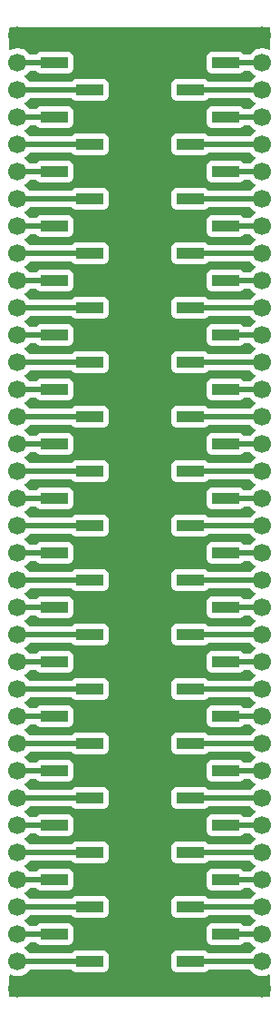
<source format=gbl>
G04 #@! TF.GenerationSoftware,KiCad,Pcbnew,9.0.6*
G04 #@! TF.CreationDate,2026-01-02T14:08:44-06:00*
G04 #@! TF.ProjectId,QFN-68_8x8,51464e2d-3638-45f3-9878-382e6b696361,rev?*
G04 #@! TF.SameCoordinates,Original*
G04 #@! TF.FileFunction,Copper,L2,Bot*
G04 #@! TF.FilePolarity,Positive*
%FSLAX46Y46*%
G04 Gerber Fmt 4.6, Leading zero omitted, Abs format (unit mm)*
G04 Created by KiCad (PCBNEW 9.0.6) date 2026-01-02 14:08:44*
%MOMM*%
%LPD*%
G01*
G04 APERTURE LIST*
G04 Aperture macros list*
%AMRotRect*
0 Rectangle, with rotation*
0 The origin of the aperture is its center*
0 $1 length*
0 $2 width*
0 $3 Rotation angle, in degrees counterclockwise*
0 Add horizontal line*
21,1,$1,$2,0,0,$3*%
G04 Aperture macros list end*
G04 #@! TA.AperFunction,SMDPad,CuDef*
%ADD10R,2.510000X1.000000*%
G04 #@! TD*
G04 #@! TA.AperFunction,HeatsinkPad*
%ADD11C,0.500000*%
G04 #@! TD*
G04 #@! TA.AperFunction,HeatsinkPad*
%ADD12RotRect,5.200000X5.200000X315.000000*%
G04 #@! TD*
G04 #@! TA.AperFunction,ComponentPad*
%ADD13C,1.700000*%
G04 #@! TD*
G04 #@! TA.AperFunction,Conductor*
%ADD14C,0.500000*%
G04 #@! TD*
G04 APERTURE END LIST*
D10*
X146435000Y-165100000D03*
X143125000Y-162560000D03*
X146435000Y-160020000D03*
X143125000Y-157480000D03*
X146435000Y-154940000D03*
X143125000Y-152400000D03*
X146435000Y-149860000D03*
X143125000Y-147320000D03*
X146435000Y-144780000D03*
X143125000Y-142240000D03*
X146435000Y-139700000D03*
X143125000Y-137160000D03*
X146435000Y-134620000D03*
X143125000Y-132080000D03*
X146435000Y-129540000D03*
X143125000Y-127000000D03*
X146435000Y-124460000D03*
X143125000Y-121920000D03*
X146435000Y-119380000D03*
X143125000Y-116840000D03*
X146435000Y-114300000D03*
X143125000Y-111760000D03*
X146435000Y-109220000D03*
X143125000Y-106680000D03*
X146435000Y-104140000D03*
X143125000Y-101600000D03*
X146435000Y-99060000D03*
X143125000Y-96520000D03*
X146435000Y-93980000D03*
X143125000Y-91440000D03*
X146435000Y-88900000D03*
X143125000Y-86360000D03*
X146435000Y-83820000D03*
X143125000Y-81280000D03*
X146435000Y-78740000D03*
X143125000Y-76200000D03*
X130425000Y-165100000D03*
X133735000Y-162560000D03*
X130425000Y-160020000D03*
X133735000Y-157480000D03*
X130425000Y-154940000D03*
X133735000Y-152400000D03*
X130425000Y-149860000D03*
X133735000Y-147320000D03*
X130425000Y-144780000D03*
X133735000Y-142240000D03*
X130425000Y-139700000D03*
X133735000Y-137160000D03*
X130425000Y-134620000D03*
X133735000Y-132080000D03*
X130425000Y-129540000D03*
X133735000Y-127000000D03*
X130425000Y-124460000D03*
X133735000Y-121920000D03*
X130425000Y-119380000D03*
X133735000Y-116840000D03*
X130425000Y-114300000D03*
X133735000Y-111760000D03*
X130425000Y-109220000D03*
X133735000Y-106680000D03*
X130425000Y-104140000D03*
X133735000Y-101600000D03*
X130425000Y-99060000D03*
X133735000Y-96520000D03*
X130425000Y-93980000D03*
X133735000Y-91440000D03*
X130425000Y-88900000D03*
X133735000Y-86360000D03*
X130425000Y-83820000D03*
X133735000Y-81280000D03*
X130425000Y-78740000D03*
X133735000Y-76200000D03*
D11*
X138430000Y-122858081D03*
X140091701Y-121196380D03*
X141753402Y-119534679D03*
X139260850Y-122027230D03*
X140922551Y-120365529D03*
X137599150Y-122027230D03*
X138430000Y-121196380D03*
X140091701Y-119534679D03*
X140922551Y-118703829D03*
X139260850Y-120365529D03*
X136768299Y-121196380D03*
X137599150Y-120365529D03*
D12*
X138430000Y-119534679D03*
D11*
X138430000Y-119534679D03*
X139260850Y-118703829D03*
X140091701Y-117872978D03*
X137599150Y-118703829D03*
X135937449Y-120365529D03*
X136768299Y-119534679D03*
X138430000Y-117872978D03*
X139260850Y-117042128D03*
X135937449Y-118703829D03*
X137599150Y-117042128D03*
X135106598Y-119534679D03*
X136768299Y-117872978D03*
X138430000Y-116211277D03*
D13*
X127000000Y-76200000D03*
X127000000Y-78740000D03*
X127000000Y-81280000D03*
X127000000Y-83820000D03*
X127000000Y-86360000D03*
X127000000Y-88900000D03*
X127000000Y-91440000D03*
X127000000Y-93980000D03*
X127000000Y-96520000D03*
X127000000Y-99060000D03*
X127000000Y-101600000D03*
X127000000Y-104140000D03*
X127000000Y-106680000D03*
X127000000Y-109220000D03*
X127000000Y-111760000D03*
X127000000Y-114300000D03*
X127000000Y-116840000D03*
X127000000Y-119380000D03*
X127000000Y-121920000D03*
X127000000Y-124460000D03*
X127000000Y-127000000D03*
X127000000Y-129540000D03*
X127000000Y-132080000D03*
X127000000Y-134620000D03*
X127000000Y-137160000D03*
X127000000Y-139700000D03*
X127000000Y-142240000D03*
X127000000Y-144780000D03*
X127000000Y-147320000D03*
X127000000Y-149860000D03*
X127000000Y-152400000D03*
X127000000Y-154940000D03*
X127000000Y-157480000D03*
X127000000Y-160020000D03*
X127000000Y-162560000D03*
X127000000Y-165100000D03*
X149860000Y-76200000D03*
X149860000Y-78740000D03*
X149860000Y-81280000D03*
X149860000Y-83820000D03*
X149860000Y-86360000D03*
X149860000Y-88900000D03*
X149860000Y-91440000D03*
X149860000Y-93980000D03*
X149860000Y-96520000D03*
X149860000Y-99060000D03*
X149860000Y-101600000D03*
X149860000Y-104140000D03*
X149860000Y-106680000D03*
X149860000Y-109220000D03*
X149860000Y-111760000D03*
X149860000Y-114300000D03*
X149860000Y-116840000D03*
X149860000Y-119380000D03*
X149860000Y-121920000D03*
X149860000Y-124460000D03*
X149860000Y-127000000D03*
X149860000Y-129540000D03*
X149860000Y-132080000D03*
X149860000Y-134620000D03*
X149860000Y-137160000D03*
X149860000Y-139700000D03*
X149860000Y-142240000D03*
X149860000Y-144780000D03*
X149860000Y-147320000D03*
X149860000Y-149860000D03*
X149860000Y-152400000D03*
X149860000Y-154940000D03*
X149860000Y-157480000D03*
X149860000Y-160020000D03*
X149860000Y-162560000D03*
X149860000Y-165100000D03*
D14*
X143125000Y-76200000D02*
X149860000Y-76200000D01*
X146435000Y-78740000D02*
X149860000Y-78740000D01*
X143125000Y-81280000D02*
X149860000Y-81280000D01*
X146435000Y-83820000D02*
X149860000Y-83820000D01*
X143125000Y-86360000D02*
X149860000Y-86360000D01*
X146435000Y-88900000D02*
X149860000Y-88900000D01*
X143125000Y-91440000D02*
X149860000Y-91440000D01*
X146435000Y-93980000D02*
X149860000Y-93980000D01*
X143125000Y-96520000D02*
X149860000Y-96520000D01*
X146435000Y-99060000D02*
X149860000Y-99060000D01*
X143125000Y-101600000D02*
X149860000Y-101600000D01*
X146435000Y-104140000D02*
X149860000Y-104140000D01*
X143125000Y-106680000D02*
X149860000Y-106680000D01*
X146435000Y-109220000D02*
X149860000Y-109220000D01*
X143125000Y-111760000D02*
X149860000Y-111760000D01*
X146435000Y-114300000D02*
X149860000Y-114300000D01*
X143125000Y-116840000D02*
X149860000Y-116840000D01*
X146435000Y-119380000D02*
X149860000Y-119380000D01*
X143125000Y-121920000D02*
X149860000Y-121920000D01*
X146435000Y-124460000D02*
X149860000Y-124460000D01*
X143125000Y-127000000D02*
X149860000Y-127000000D01*
X146435000Y-129540000D02*
X149860000Y-129540000D01*
X143125000Y-132080000D02*
X149860000Y-132080000D01*
X146435000Y-134620000D02*
X149860000Y-134620000D01*
X143125000Y-137160000D02*
X149860000Y-137160000D01*
X146435000Y-139700000D02*
X149860000Y-139700000D01*
X143125000Y-142240000D02*
X149860000Y-142240000D01*
X146435000Y-144780000D02*
X149860000Y-144780000D01*
X143125000Y-147320000D02*
X149860000Y-147320000D01*
X146435000Y-149860000D02*
X149860000Y-149860000D01*
X143125000Y-152400000D02*
X149860000Y-152400000D01*
X146435000Y-154940000D02*
X149860000Y-154940000D01*
X143125000Y-157480000D02*
X149860000Y-157480000D01*
X146435000Y-160020000D02*
X149860000Y-160020000D01*
X143125000Y-162560000D02*
X149860000Y-162560000D01*
X146435000Y-165100000D02*
X149860000Y-165100000D01*
X127000000Y-165100000D02*
X130425000Y-165100000D01*
X133735000Y-162560000D02*
X127000000Y-162560000D01*
X127000000Y-160020000D02*
X130425000Y-160020000D01*
X133735000Y-157480000D02*
X127000000Y-157480000D01*
X127000000Y-154940000D02*
X130425000Y-154940000D01*
X133735000Y-152400000D02*
X127000000Y-152400000D01*
X127000000Y-149860000D02*
X130425000Y-149860000D01*
X133735000Y-147320000D02*
X127000000Y-147320000D01*
X130425000Y-144780000D02*
X127000000Y-144780000D01*
X127000000Y-142240000D02*
X133735000Y-142240000D01*
X130425000Y-139700000D02*
X127000000Y-139700000D01*
X127000000Y-137160000D02*
X133735000Y-137160000D01*
X130425000Y-134620000D02*
X127000000Y-134620000D01*
X127000000Y-132080000D02*
X133735000Y-132080000D01*
X130425000Y-129540000D02*
X127000000Y-129540000D01*
X127000000Y-127000000D02*
X133735000Y-127000000D01*
X130425000Y-124460000D02*
X127000000Y-124460000D01*
X127000000Y-121920000D02*
X133735000Y-121920000D01*
X130425000Y-119380000D02*
X127000000Y-119380000D01*
X127000000Y-116840000D02*
X133735000Y-116840000D01*
X130425000Y-114300000D02*
X127000000Y-114300000D01*
X127000000Y-111760000D02*
X133735000Y-111760000D01*
X130425000Y-109220000D02*
X127000000Y-109220000D01*
X127000000Y-106680000D02*
X133735000Y-106680000D01*
X127000000Y-104140000D02*
X130425000Y-104140000D01*
X133735000Y-101600000D02*
X127000000Y-101600000D01*
X127000000Y-99060000D02*
X130425000Y-99060000D01*
X133735000Y-96520000D02*
X127000000Y-96520000D01*
X127000000Y-93980000D02*
X130425000Y-93980000D01*
X133735000Y-91440000D02*
X127000000Y-91440000D01*
X127000000Y-88900000D02*
X130425000Y-88900000D01*
X133735000Y-86360000D02*
X127000000Y-86360000D01*
X127000000Y-83820000D02*
X130425000Y-83820000D01*
X133735000Y-81280000D02*
X127000000Y-81280000D01*
X130425000Y-78740000D02*
X127000000Y-78740000D01*
X133735000Y-76200000D02*
X127000000Y-76200000D01*
G04 #@! TA.AperFunction,Conductor*
G36*
X150572539Y-75450185D02*
G01*
X150618294Y-75502989D01*
X150629500Y-75554500D01*
X150629500Y-77414028D01*
X150609815Y-77481067D01*
X150557011Y-77526822D01*
X150487853Y-77536766D01*
X150449206Y-77524513D01*
X150378417Y-77488445D01*
X150378414Y-77488444D01*
X150378412Y-77488443D01*
X150176243Y-77422754D01*
X150176241Y-77422753D01*
X150176240Y-77422753D01*
X150014957Y-77397208D01*
X149966287Y-77389500D01*
X149753713Y-77389500D01*
X149705042Y-77397208D01*
X149543760Y-77422753D01*
X149341585Y-77488444D01*
X149152179Y-77584951D01*
X148980213Y-77709890D01*
X148829892Y-77860211D01*
X148773097Y-77938385D01*
X148717767Y-77981051D01*
X148672779Y-77989500D01*
X148189751Y-77989500D01*
X148122712Y-77969815D01*
X148090485Y-77939812D01*
X148047548Y-77882457D01*
X148047546Y-77882454D01*
X148047542Y-77882451D01*
X147932335Y-77796206D01*
X147932328Y-77796202D01*
X147797482Y-77745908D01*
X147797483Y-77745908D01*
X147737883Y-77739501D01*
X147737881Y-77739500D01*
X147737873Y-77739500D01*
X147737864Y-77739500D01*
X145132129Y-77739500D01*
X145132123Y-77739501D01*
X145072516Y-77745908D01*
X144937671Y-77796202D01*
X144937664Y-77796206D01*
X144822455Y-77882452D01*
X144822452Y-77882455D01*
X144736206Y-77997664D01*
X144736202Y-77997671D01*
X144685908Y-78132517D01*
X144679501Y-78192116D01*
X144679501Y-78192123D01*
X144679500Y-78192135D01*
X144679500Y-79287870D01*
X144679501Y-79287876D01*
X144685908Y-79347483D01*
X144736202Y-79482328D01*
X144736206Y-79482335D01*
X144822452Y-79597544D01*
X144822455Y-79597547D01*
X144937664Y-79683793D01*
X144937671Y-79683797D01*
X145072517Y-79734091D01*
X145072516Y-79734091D01*
X145079444Y-79734835D01*
X145132127Y-79740500D01*
X147737872Y-79740499D01*
X147797483Y-79734091D01*
X147932331Y-79683796D01*
X148047546Y-79597546D01*
X148074227Y-79561903D01*
X148090485Y-79540188D01*
X148146419Y-79498318D01*
X148189751Y-79490500D01*
X148672779Y-79490500D01*
X148739818Y-79510185D01*
X148773097Y-79541615D01*
X148829892Y-79619788D01*
X148980213Y-79770109D01*
X149152182Y-79895050D01*
X149160946Y-79899516D01*
X149211742Y-79947491D01*
X149228536Y-80015312D01*
X149205998Y-80081447D01*
X149160946Y-80120484D01*
X149152182Y-80124949D01*
X148980213Y-80249890D01*
X148829892Y-80400211D01*
X148773097Y-80478385D01*
X148717767Y-80521051D01*
X148672779Y-80529500D01*
X144879751Y-80529500D01*
X144812712Y-80509815D01*
X144780485Y-80479812D01*
X144737548Y-80422457D01*
X144737546Y-80422454D01*
X144737542Y-80422451D01*
X144622335Y-80336206D01*
X144622328Y-80336202D01*
X144487482Y-80285908D01*
X144487483Y-80285908D01*
X144427883Y-80279501D01*
X144427881Y-80279500D01*
X144427873Y-80279500D01*
X144427864Y-80279500D01*
X141822129Y-80279500D01*
X141822123Y-80279501D01*
X141762516Y-80285908D01*
X141627671Y-80336202D01*
X141627664Y-80336206D01*
X141512455Y-80422452D01*
X141512452Y-80422455D01*
X141426206Y-80537664D01*
X141426202Y-80537671D01*
X141375908Y-80672517D01*
X141369501Y-80732116D01*
X141369501Y-80732123D01*
X141369500Y-80732135D01*
X141369500Y-81827870D01*
X141369501Y-81827876D01*
X141375908Y-81887483D01*
X141426202Y-82022328D01*
X141426206Y-82022335D01*
X141512452Y-82137544D01*
X141512455Y-82137547D01*
X141627664Y-82223793D01*
X141627671Y-82223797D01*
X141762517Y-82274091D01*
X141762516Y-82274091D01*
X141769444Y-82274835D01*
X141822127Y-82280500D01*
X144427872Y-82280499D01*
X144487483Y-82274091D01*
X144622331Y-82223796D01*
X144737546Y-82137546D01*
X144764227Y-82101903D01*
X144780485Y-82080188D01*
X144836419Y-82038318D01*
X144879751Y-82030500D01*
X148672779Y-82030500D01*
X148739818Y-82050185D01*
X148773097Y-82081615D01*
X148829892Y-82159788D01*
X148980213Y-82310109D01*
X149152182Y-82435050D01*
X149160946Y-82439516D01*
X149211742Y-82487491D01*
X149228536Y-82555312D01*
X149205998Y-82621447D01*
X149160946Y-82660484D01*
X149152182Y-82664949D01*
X148980213Y-82789890D01*
X148829892Y-82940211D01*
X148773097Y-83018385D01*
X148717767Y-83061051D01*
X148672779Y-83069500D01*
X148189751Y-83069500D01*
X148122712Y-83049815D01*
X148090485Y-83019812D01*
X148047548Y-82962457D01*
X148047546Y-82962454D01*
X148047542Y-82962451D01*
X147932335Y-82876206D01*
X147932328Y-82876202D01*
X147797482Y-82825908D01*
X147797483Y-82825908D01*
X147737883Y-82819501D01*
X147737881Y-82819500D01*
X147737873Y-82819500D01*
X147737864Y-82819500D01*
X145132129Y-82819500D01*
X145132123Y-82819501D01*
X145072516Y-82825908D01*
X144937671Y-82876202D01*
X144937664Y-82876206D01*
X144822455Y-82962452D01*
X144822452Y-82962455D01*
X144736206Y-83077664D01*
X144736202Y-83077671D01*
X144685908Y-83212517D01*
X144679501Y-83272116D01*
X144679501Y-83272123D01*
X144679500Y-83272135D01*
X144679500Y-84367870D01*
X144679501Y-84367876D01*
X144685908Y-84427483D01*
X144736202Y-84562328D01*
X144736206Y-84562335D01*
X144822452Y-84677544D01*
X144822455Y-84677547D01*
X144937664Y-84763793D01*
X144937671Y-84763797D01*
X145072517Y-84814091D01*
X145072516Y-84814091D01*
X145079444Y-84814835D01*
X145132127Y-84820500D01*
X147737872Y-84820499D01*
X147797483Y-84814091D01*
X147932331Y-84763796D01*
X148047546Y-84677546D01*
X148074227Y-84641903D01*
X148090485Y-84620188D01*
X148146419Y-84578318D01*
X148189751Y-84570500D01*
X148672779Y-84570500D01*
X148739818Y-84590185D01*
X148773097Y-84621615D01*
X148829892Y-84699788D01*
X148980213Y-84850109D01*
X149152182Y-84975050D01*
X149160946Y-84979516D01*
X149211742Y-85027491D01*
X149228536Y-85095312D01*
X149205998Y-85161447D01*
X149160946Y-85200484D01*
X149152182Y-85204949D01*
X148980213Y-85329890D01*
X148829892Y-85480211D01*
X148773097Y-85558385D01*
X148717767Y-85601051D01*
X148672779Y-85609500D01*
X144879751Y-85609500D01*
X144812712Y-85589815D01*
X144780485Y-85559812D01*
X144737548Y-85502457D01*
X144737546Y-85502454D01*
X144737542Y-85502451D01*
X144622335Y-85416206D01*
X144622328Y-85416202D01*
X144487482Y-85365908D01*
X144487483Y-85365908D01*
X144427883Y-85359501D01*
X144427881Y-85359500D01*
X144427873Y-85359500D01*
X144427864Y-85359500D01*
X141822129Y-85359500D01*
X141822123Y-85359501D01*
X141762516Y-85365908D01*
X141627671Y-85416202D01*
X141627664Y-85416206D01*
X141512455Y-85502452D01*
X141512452Y-85502455D01*
X141426206Y-85617664D01*
X141426202Y-85617671D01*
X141375908Y-85752517D01*
X141369501Y-85812116D01*
X141369501Y-85812123D01*
X141369500Y-85812135D01*
X141369500Y-86907870D01*
X141369501Y-86907876D01*
X141375908Y-86967483D01*
X141426202Y-87102328D01*
X141426206Y-87102335D01*
X141512452Y-87217544D01*
X141512455Y-87217547D01*
X141627664Y-87303793D01*
X141627671Y-87303797D01*
X141762517Y-87354091D01*
X141762516Y-87354091D01*
X141769444Y-87354835D01*
X141822127Y-87360500D01*
X144427872Y-87360499D01*
X144487483Y-87354091D01*
X144622331Y-87303796D01*
X144737546Y-87217546D01*
X144764227Y-87181903D01*
X144780485Y-87160188D01*
X144836419Y-87118318D01*
X144879751Y-87110500D01*
X148672779Y-87110500D01*
X148739818Y-87130185D01*
X148773097Y-87161615D01*
X148829892Y-87239788D01*
X148980213Y-87390109D01*
X149152182Y-87515050D01*
X149160946Y-87519516D01*
X149211742Y-87567491D01*
X149228536Y-87635312D01*
X149205998Y-87701447D01*
X149160946Y-87740484D01*
X149152182Y-87744949D01*
X148980213Y-87869890D01*
X148829892Y-88020211D01*
X148773097Y-88098385D01*
X148717767Y-88141051D01*
X148672779Y-88149500D01*
X148189751Y-88149500D01*
X148122712Y-88129815D01*
X148090485Y-88099812D01*
X148047548Y-88042457D01*
X148047546Y-88042454D01*
X148047542Y-88042451D01*
X147932335Y-87956206D01*
X147932328Y-87956202D01*
X147797482Y-87905908D01*
X147797483Y-87905908D01*
X147737883Y-87899501D01*
X147737881Y-87899500D01*
X147737873Y-87899500D01*
X147737864Y-87899500D01*
X145132129Y-87899500D01*
X145132123Y-87899501D01*
X145072516Y-87905908D01*
X144937671Y-87956202D01*
X144937664Y-87956206D01*
X144822455Y-88042452D01*
X144822452Y-88042455D01*
X144736206Y-88157664D01*
X144736202Y-88157671D01*
X144685908Y-88292517D01*
X144679501Y-88352116D01*
X144679501Y-88352123D01*
X144679500Y-88352135D01*
X144679500Y-89447870D01*
X144679501Y-89447876D01*
X144685908Y-89507483D01*
X144736202Y-89642328D01*
X144736206Y-89642335D01*
X144822452Y-89757544D01*
X144822455Y-89757547D01*
X144937664Y-89843793D01*
X144937671Y-89843797D01*
X145072517Y-89894091D01*
X145072516Y-89894091D01*
X145079444Y-89894835D01*
X145132127Y-89900500D01*
X147737872Y-89900499D01*
X147797483Y-89894091D01*
X147932331Y-89843796D01*
X148047546Y-89757546D01*
X148074227Y-89721903D01*
X148090485Y-89700188D01*
X148146419Y-89658318D01*
X148189751Y-89650500D01*
X148672779Y-89650500D01*
X148739818Y-89670185D01*
X148773097Y-89701615D01*
X148829892Y-89779788D01*
X148980213Y-89930109D01*
X149152182Y-90055050D01*
X149160946Y-90059516D01*
X149211742Y-90107491D01*
X149228536Y-90175312D01*
X149205998Y-90241447D01*
X149160946Y-90280484D01*
X149152182Y-90284949D01*
X148980213Y-90409890D01*
X148829892Y-90560211D01*
X148773097Y-90638385D01*
X148717767Y-90681051D01*
X148672779Y-90689500D01*
X144879751Y-90689500D01*
X144812712Y-90669815D01*
X144780485Y-90639812D01*
X144737548Y-90582457D01*
X144737546Y-90582454D01*
X144737542Y-90582451D01*
X144622335Y-90496206D01*
X144622328Y-90496202D01*
X144487482Y-90445908D01*
X144487483Y-90445908D01*
X144427883Y-90439501D01*
X144427881Y-90439500D01*
X144427873Y-90439500D01*
X144427864Y-90439500D01*
X141822129Y-90439500D01*
X141822123Y-90439501D01*
X141762516Y-90445908D01*
X141627671Y-90496202D01*
X141627664Y-90496206D01*
X141512455Y-90582452D01*
X141512452Y-90582455D01*
X141426206Y-90697664D01*
X141426202Y-90697671D01*
X141375908Y-90832517D01*
X141369501Y-90892116D01*
X141369501Y-90892123D01*
X141369500Y-90892135D01*
X141369500Y-91987870D01*
X141369501Y-91987876D01*
X141375908Y-92047483D01*
X141426202Y-92182328D01*
X141426206Y-92182335D01*
X141512452Y-92297544D01*
X141512455Y-92297547D01*
X141627664Y-92383793D01*
X141627671Y-92383797D01*
X141762517Y-92434091D01*
X141762516Y-92434091D01*
X141769444Y-92434835D01*
X141822127Y-92440500D01*
X144427872Y-92440499D01*
X144487483Y-92434091D01*
X144622331Y-92383796D01*
X144737546Y-92297546D01*
X144764227Y-92261903D01*
X144780485Y-92240188D01*
X144836419Y-92198318D01*
X144879751Y-92190500D01*
X148672779Y-92190500D01*
X148739818Y-92210185D01*
X148773097Y-92241615D01*
X148829892Y-92319788D01*
X148980213Y-92470109D01*
X149152182Y-92595050D01*
X149160946Y-92599516D01*
X149211742Y-92647491D01*
X149228536Y-92715312D01*
X149205998Y-92781447D01*
X149160946Y-92820484D01*
X149152182Y-92824949D01*
X148980213Y-92949890D01*
X148829892Y-93100211D01*
X148773097Y-93178385D01*
X148717767Y-93221051D01*
X148672779Y-93229500D01*
X148189751Y-93229500D01*
X148122712Y-93209815D01*
X148090485Y-93179812D01*
X148047548Y-93122457D01*
X148047546Y-93122454D01*
X148047542Y-93122451D01*
X147932335Y-93036206D01*
X147932328Y-93036202D01*
X147797482Y-92985908D01*
X147797483Y-92985908D01*
X147737883Y-92979501D01*
X147737881Y-92979500D01*
X147737873Y-92979500D01*
X147737864Y-92979500D01*
X145132129Y-92979500D01*
X145132123Y-92979501D01*
X145072516Y-92985908D01*
X144937671Y-93036202D01*
X144937664Y-93036206D01*
X144822455Y-93122452D01*
X144822452Y-93122455D01*
X144736206Y-93237664D01*
X144736202Y-93237671D01*
X144685908Y-93372517D01*
X144679501Y-93432116D01*
X144679501Y-93432123D01*
X144679500Y-93432135D01*
X144679500Y-94527870D01*
X144679501Y-94527876D01*
X144685908Y-94587483D01*
X144736202Y-94722328D01*
X144736206Y-94722335D01*
X144822452Y-94837544D01*
X144822455Y-94837547D01*
X144937664Y-94923793D01*
X144937671Y-94923797D01*
X145072517Y-94974091D01*
X145072516Y-94974091D01*
X145079444Y-94974835D01*
X145132127Y-94980500D01*
X147737872Y-94980499D01*
X147797483Y-94974091D01*
X147932331Y-94923796D01*
X148047546Y-94837546D01*
X148074227Y-94801903D01*
X148090485Y-94780188D01*
X148146419Y-94738318D01*
X148189751Y-94730500D01*
X148672779Y-94730500D01*
X148739818Y-94750185D01*
X148773097Y-94781615D01*
X148829892Y-94859788D01*
X148980213Y-95010109D01*
X149152182Y-95135050D01*
X149160946Y-95139516D01*
X149211742Y-95187491D01*
X149228536Y-95255312D01*
X149205998Y-95321447D01*
X149160946Y-95360484D01*
X149152182Y-95364949D01*
X148980213Y-95489890D01*
X148829892Y-95640211D01*
X148773097Y-95718385D01*
X148717767Y-95761051D01*
X148672779Y-95769500D01*
X144879751Y-95769500D01*
X144812712Y-95749815D01*
X144780485Y-95719812D01*
X144737548Y-95662457D01*
X144737546Y-95662454D01*
X144737542Y-95662451D01*
X144622335Y-95576206D01*
X144622328Y-95576202D01*
X144487482Y-95525908D01*
X144487483Y-95525908D01*
X144427883Y-95519501D01*
X144427881Y-95519500D01*
X144427873Y-95519500D01*
X144427864Y-95519500D01*
X141822129Y-95519500D01*
X141822123Y-95519501D01*
X141762516Y-95525908D01*
X141627671Y-95576202D01*
X141627664Y-95576206D01*
X141512455Y-95662452D01*
X141512452Y-95662455D01*
X141426206Y-95777664D01*
X141426202Y-95777671D01*
X141375908Y-95912517D01*
X141369501Y-95972116D01*
X141369501Y-95972123D01*
X141369500Y-95972135D01*
X141369500Y-97067870D01*
X141369501Y-97067876D01*
X141375908Y-97127483D01*
X141426202Y-97262328D01*
X141426206Y-97262335D01*
X141512452Y-97377544D01*
X141512455Y-97377547D01*
X141627664Y-97463793D01*
X141627671Y-97463797D01*
X141762517Y-97514091D01*
X141762516Y-97514091D01*
X141769444Y-97514835D01*
X141822127Y-97520500D01*
X144427872Y-97520499D01*
X144487483Y-97514091D01*
X144622331Y-97463796D01*
X144737546Y-97377546D01*
X144764227Y-97341903D01*
X144780485Y-97320188D01*
X144836419Y-97278318D01*
X144879751Y-97270500D01*
X148672779Y-97270500D01*
X148739818Y-97290185D01*
X148773097Y-97321615D01*
X148829892Y-97399788D01*
X148980213Y-97550109D01*
X149152182Y-97675050D01*
X149160946Y-97679516D01*
X149211742Y-97727491D01*
X149228536Y-97795312D01*
X149205998Y-97861447D01*
X149160946Y-97900484D01*
X149152182Y-97904949D01*
X148980213Y-98029890D01*
X148829892Y-98180211D01*
X148773097Y-98258385D01*
X148717767Y-98301051D01*
X148672779Y-98309500D01*
X148189751Y-98309500D01*
X148122712Y-98289815D01*
X148090485Y-98259812D01*
X148047548Y-98202457D01*
X148047546Y-98202454D01*
X148047542Y-98202451D01*
X147932335Y-98116206D01*
X147932328Y-98116202D01*
X147797482Y-98065908D01*
X147797483Y-98065908D01*
X147737883Y-98059501D01*
X147737881Y-98059500D01*
X147737873Y-98059500D01*
X147737864Y-98059500D01*
X145132129Y-98059500D01*
X145132123Y-98059501D01*
X145072516Y-98065908D01*
X144937671Y-98116202D01*
X144937664Y-98116206D01*
X144822455Y-98202452D01*
X144822452Y-98202455D01*
X144736206Y-98317664D01*
X144736202Y-98317671D01*
X144685908Y-98452517D01*
X144679501Y-98512116D01*
X144679501Y-98512123D01*
X144679500Y-98512135D01*
X144679500Y-99607870D01*
X144679501Y-99607876D01*
X144685908Y-99667483D01*
X144736202Y-99802328D01*
X144736206Y-99802335D01*
X144822452Y-99917544D01*
X144822455Y-99917547D01*
X144937664Y-100003793D01*
X144937671Y-100003797D01*
X145072517Y-100054091D01*
X145072516Y-100054091D01*
X145079444Y-100054835D01*
X145132127Y-100060500D01*
X147737872Y-100060499D01*
X147797483Y-100054091D01*
X147932331Y-100003796D01*
X148047546Y-99917546D01*
X148074227Y-99881903D01*
X148090485Y-99860188D01*
X148146419Y-99818318D01*
X148189751Y-99810500D01*
X148672779Y-99810500D01*
X148739818Y-99830185D01*
X148773097Y-99861615D01*
X148829892Y-99939788D01*
X148980213Y-100090109D01*
X149152182Y-100215050D01*
X149160946Y-100219516D01*
X149211742Y-100267491D01*
X149228536Y-100335312D01*
X149205998Y-100401447D01*
X149160946Y-100440484D01*
X149152182Y-100444949D01*
X148980213Y-100569890D01*
X148829892Y-100720211D01*
X148773097Y-100798385D01*
X148717767Y-100841051D01*
X148672779Y-100849500D01*
X144879751Y-100849500D01*
X144812712Y-100829815D01*
X144780485Y-100799812D01*
X144737548Y-100742457D01*
X144737546Y-100742454D01*
X144737542Y-100742451D01*
X144622335Y-100656206D01*
X144622328Y-100656202D01*
X144487482Y-100605908D01*
X144487483Y-100605908D01*
X144427883Y-100599501D01*
X144427881Y-100599500D01*
X144427873Y-100599500D01*
X144427864Y-100599500D01*
X141822129Y-100599500D01*
X141822123Y-100599501D01*
X141762516Y-100605908D01*
X141627671Y-100656202D01*
X141627664Y-100656206D01*
X141512455Y-100742452D01*
X141512452Y-100742455D01*
X141426206Y-100857664D01*
X141426202Y-100857671D01*
X141375908Y-100992517D01*
X141369501Y-101052116D01*
X141369501Y-101052123D01*
X141369500Y-101052135D01*
X141369500Y-102147870D01*
X141369501Y-102147876D01*
X141375908Y-102207483D01*
X141426202Y-102342328D01*
X141426206Y-102342335D01*
X141512452Y-102457544D01*
X141512455Y-102457547D01*
X141627664Y-102543793D01*
X141627671Y-102543797D01*
X141762517Y-102594091D01*
X141762516Y-102594091D01*
X141769444Y-102594835D01*
X141822127Y-102600500D01*
X144427872Y-102600499D01*
X144487483Y-102594091D01*
X144622331Y-102543796D01*
X144737546Y-102457546D01*
X144764227Y-102421903D01*
X144780485Y-102400188D01*
X144836419Y-102358318D01*
X144879751Y-102350500D01*
X148672779Y-102350500D01*
X148739818Y-102370185D01*
X148773097Y-102401615D01*
X148829892Y-102479788D01*
X148980213Y-102630109D01*
X149152182Y-102755050D01*
X149160946Y-102759516D01*
X149211742Y-102807491D01*
X149228536Y-102875312D01*
X149205998Y-102941447D01*
X149160946Y-102980484D01*
X149152182Y-102984949D01*
X148980213Y-103109890D01*
X148829892Y-103260211D01*
X148773097Y-103338385D01*
X148717767Y-103381051D01*
X148672779Y-103389500D01*
X148189751Y-103389500D01*
X148122712Y-103369815D01*
X148090485Y-103339812D01*
X148047548Y-103282457D01*
X148047546Y-103282454D01*
X148047542Y-103282451D01*
X147932335Y-103196206D01*
X147932328Y-103196202D01*
X147797482Y-103145908D01*
X147797483Y-103145908D01*
X147737883Y-103139501D01*
X147737881Y-103139500D01*
X147737873Y-103139500D01*
X147737864Y-103139500D01*
X145132129Y-103139500D01*
X145132123Y-103139501D01*
X145072516Y-103145908D01*
X144937671Y-103196202D01*
X144937664Y-103196206D01*
X144822455Y-103282452D01*
X144822452Y-103282455D01*
X144736206Y-103397664D01*
X144736202Y-103397671D01*
X144685908Y-103532517D01*
X144679501Y-103592116D01*
X144679501Y-103592123D01*
X144679500Y-103592135D01*
X144679500Y-104687870D01*
X144679501Y-104687876D01*
X144685908Y-104747483D01*
X144736202Y-104882328D01*
X144736206Y-104882335D01*
X144822452Y-104997544D01*
X144822455Y-104997547D01*
X144937664Y-105083793D01*
X144937671Y-105083797D01*
X145072517Y-105134091D01*
X145072516Y-105134091D01*
X145079444Y-105134835D01*
X145132127Y-105140500D01*
X147737872Y-105140499D01*
X147797483Y-105134091D01*
X147932331Y-105083796D01*
X148047546Y-104997546D01*
X148074227Y-104961903D01*
X148090485Y-104940188D01*
X148146419Y-104898318D01*
X148189751Y-104890500D01*
X148672779Y-104890500D01*
X148739818Y-104910185D01*
X148773097Y-104941615D01*
X148829892Y-105019788D01*
X148980213Y-105170109D01*
X149152182Y-105295050D01*
X149160946Y-105299516D01*
X149211742Y-105347491D01*
X149228536Y-105415312D01*
X149205998Y-105481447D01*
X149160946Y-105520484D01*
X149152182Y-105524949D01*
X148980213Y-105649890D01*
X148829892Y-105800211D01*
X148773097Y-105878385D01*
X148717767Y-105921051D01*
X148672779Y-105929500D01*
X144879751Y-105929500D01*
X144812712Y-105909815D01*
X144780485Y-105879812D01*
X144737548Y-105822457D01*
X144737546Y-105822454D01*
X144737542Y-105822451D01*
X144622335Y-105736206D01*
X144622328Y-105736202D01*
X144487482Y-105685908D01*
X144487483Y-105685908D01*
X144427883Y-105679501D01*
X144427881Y-105679500D01*
X144427873Y-105679500D01*
X144427864Y-105679500D01*
X141822129Y-105679500D01*
X141822123Y-105679501D01*
X141762516Y-105685908D01*
X141627671Y-105736202D01*
X141627664Y-105736206D01*
X141512455Y-105822452D01*
X141512452Y-105822455D01*
X141426206Y-105937664D01*
X141426202Y-105937671D01*
X141375908Y-106072517D01*
X141369501Y-106132116D01*
X141369501Y-106132123D01*
X141369500Y-106132135D01*
X141369500Y-107227870D01*
X141369501Y-107227876D01*
X141375908Y-107287483D01*
X141426202Y-107422328D01*
X141426206Y-107422335D01*
X141512452Y-107537544D01*
X141512455Y-107537547D01*
X141627664Y-107623793D01*
X141627671Y-107623797D01*
X141762517Y-107674091D01*
X141762516Y-107674091D01*
X141769444Y-107674835D01*
X141822127Y-107680500D01*
X144427872Y-107680499D01*
X144487483Y-107674091D01*
X144622331Y-107623796D01*
X144737546Y-107537546D01*
X144764227Y-107501903D01*
X144780485Y-107480188D01*
X144836419Y-107438318D01*
X144879751Y-107430500D01*
X148672779Y-107430500D01*
X148739818Y-107450185D01*
X148773097Y-107481615D01*
X148829892Y-107559788D01*
X148980213Y-107710109D01*
X149152182Y-107835050D01*
X149160946Y-107839516D01*
X149211742Y-107887491D01*
X149228536Y-107955312D01*
X149205998Y-108021447D01*
X149160946Y-108060484D01*
X149152182Y-108064949D01*
X148980213Y-108189890D01*
X148829892Y-108340211D01*
X148773097Y-108418385D01*
X148717767Y-108461051D01*
X148672779Y-108469500D01*
X148189751Y-108469500D01*
X148122712Y-108449815D01*
X148090485Y-108419812D01*
X148047548Y-108362457D01*
X148047546Y-108362454D01*
X148047542Y-108362451D01*
X147932335Y-108276206D01*
X147932328Y-108276202D01*
X147797482Y-108225908D01*
X147797483Y-108225908D01*
X147737883Y-108219501D01*
X147737881Y-108219500D01*
X147737873Y-108219500D01*
X147737864Y-108219500D01*
X145132129Y-108219500D01*
X145132123Y-108219501D01*
X145072516Y-108225908D01*
X144937671Y-108276202D01*
X144937664Y-108276206D01*
X144822455Y-108362452D01*
X144822452Y-108362455D01*
X144736206Y-108477664D01*
X144736202Y-108477671D01*
X144685908Y-108612517D01*
X144679501Y-108672116D01*
X144679501Y-108672123D01*
X144679500Y-108672135D01*
X144679500Y-109767870D01*
X144679501Y-109767876D01*
X144685908Y-109827483D01*
X144736202Y-109962328D01*
X144736206Y-109962335D01*
X144822452Y-110077544D01*
X144822455Y-110077547D01*
X144937664Y-110163793D01*
X144937671Y-110163797D01*
X145072517Y-110214091D01*
X145072516Y-110214091D01*
X145079444Y-110214835D01*
X145132127Y-110220500D01*
X147737872Y-110220499D01*
X147797483Y-110214091D01*
X147932331Y-110163796D01*
X148047546Y-110077546D01*
X148074227Y-110041903D01*
X148090485Y-110020188D01*
X148146419Y-109978318D01*
X148189751Y-109970500D01*
X148672779Y-109970500D01*
X148739818Y-109990185D01*
X148773097Y-110021615D01*
X148829892Y-110099788D01*
X148980213Y-110250109D01*
X149152182Y-110375050D01*
X149160946Y-110379516D01*
X149211742Y-110427491D01*
X149228536Y-110495312D01*
X149205998Y-110561447D01*
X149160946Y-110600484D01*
X149152182Y-110604949D01*
X148980213Y-110729890D01*
X148829892Y-110880211D01*
X148773097Y-110958385D01*
X148717767Y-111001051D01*
X148672779Y-111009500D01*
X144879751Y-111009500D01*
X144812712Y-110989815D01*
X144780485Y-110959812D01*
X144737548Y-110902457D01*
X144737546Y-110902454D01*
X144737542Y-110902451D01*
X144622335Y-110816206D01*
X144622328Y-110816202D01*
X144487482Y-110765908D01*
X144487483Y-110765908D01*
X144427883Y-110759501D01*
X144427881Y-110759500D01*
X144427873Y-110759500D01*
X144427864Y-110759500D01*
X141822129Y-110759500D01*
X141822123Y-110759501D01*
X141762516Y-110765908D01*
X141627671Y-110816202D01*
X141627664Y-110816206D01*
X141512455Y-110902452D01*
X141512452Y-110902455D01*
X141426206Y-111017664D01*
X141426202Y-111017671D01*
X141375908Y-111152517D01*
X141369501Y-111212116D01*
X141369501Y-111212123D01*
X141369500Y-111212135D01*
X141369500Y-112307870D01*
X141369501Y-112307876D01*
X141375908Y-112367483D01*
X141426202Y-112502328D01*
X141426206Y-112502335D01*
X141512452Y-112617544D01*
X141512455Y-112617547D01*
X141627664Y-112703793D01*
X141627671Y-112703797D01*
X141762517Y-112754091D01*
X141762516Y-112754091D01*
X141769444Y-112754835D01*
X141822127Y-112760500D01*
X144427872Y-112760499D01*
X144487483Y-112754091D01*
X144622331Y-112703796D01*
X144737546Y-112617546D01*
X144764227Y-112581903D01*
X144780485Y-112560188D01*
X144836419Y-112518318D01*
X144879751Y-112510500D01*
X148672779Y-112510500D01*
X148739818Y-112530185D01*
X148773097Y-112561615D01*
X148829892Y-112639788D01*
X148980213Y-112790109D01*
X149152182Y-112915050D01*
X149160946Y-112919516D01*
X149211742Y-112967491D01*
X149228536Y-113035312D01*
X149205998Y-113101447D01*
X149160946Y-113140484D01*
X149152182Y-113144949D01*
X148980213Y-113269890D01*
X148829892Y-113420211D01*
X148773097Y-113498385D01*
X148717767Y-113541051D01*
X148672779Y-113549500D01*
X148189751Y-113549500D01*
X148122712Y-113529815D01*
X148090485Y-113499812D01*
X148047548Y-113442457D01*
X148047546Y-113442454D01*
X148047542Y-113442451D01*
X147932335Y-113356206D01*
X147932328Y-113356202D01*
X147797482Y-113305908D01*
X147797483Y-113305908D01*
X147737883Y-113299501D01*
X147737881Y-113299500D01*
X147737873Y-113299500D01*
X147737864Y-113299500D01*
X145132129Y-113299500D01*
X145132123Y-113299501D01*
X145072516Y-113305908D01*
X144937671Y-113356202D01*
X144937664Y-113356206D01*
X144822455Y-113442452D01*
X144822452Y-113442455D01*
X144736206Y-113557664D01*
X144736202Y-113557671D01*
X144685908Y-113692517D01*
X144679501Y-113752116D01*
X144679501Y-113752123D01*
X144679500Y-113752135D01*
X144679500Y-114847870D01*
X144679501Y-114847876D01*
X144685908Y-114907483D01*
X144736202Y-115042328D01*
X144736206Y-115042335D01*
X144822452Y-115157544D01*
X144822455Y-115157547D01*
X144937664Y-115243793D01*
X144937671Y-115243797D01*
X145072517Y-115294091D01*
X145072516Y-115294091D01*
X145079444Y-115294835D01*
X145132127Y-115300500D01*
X147737872Y-115300499D01*
X147797483Y-115294091D01*
X147932331Y-115243796D01*
X148047546Y-115157546D01*
X148074227Y-115121903D01*
X148090485Y-115100188D01*
X148146419Y-115058318D01*
X148189751Y-115050500D01*
X148672779Y-115050500D01*
X148739818Y-115070185D01*
X148773097Y-115101615D01*
X148829892Y-115179788D01*
X148980213Y-115330109D01*
X149152182Y-115455050D01*
X149160946Y-115459516D01*
X149211742Y-115507491D01*
X149228536Y-115575312D01*
X149205998Y-115641447D01*
X149160946Y-115680484D01*
X149152182Y-115684949D01*
X148980213Y-115809890D01*
X148829892Y-115960211D01*
X148773097Y-116038385D01*
X148717767Y-116081051D01*
X148672779Y-116089500D01*
X144879751Y-116089500D01*
X144812712Y-116069815D01*
X144780485Y-116039812D01*
X144737548Y-115982457D01*
X144737546Y-115982454D01*
X144737542Y-115982451D01*
X144622335Y-115896206D01*
X144622328Y-115896202D01*
X144487482Y-115845908D01*
X144487483Y-115845908D01*
X144427883Y-115839501D01*
X144427881Y-115839500D01*
X144427873Y-115839500D01*
X144427864Y-115839500D01*
X141822129Y-115839500D01*
X141822123Y-115839501D01*
X141762516Y-115845908D01*
X141627671Y-115896202D01*
X141627664Y-115896206D01*
X141512455Y-115982452D01*
X141512452Y-115982455D01*
X141426206Y-116097664D01*
X141426202Y-116097671D01*
X141375908Y-116232517D01*
X141369501Y-116292116D01*
X141369501Y-116292123D01*
X141369500Y-116292135D01*
X141369500Y-117387870D01*
X141369501Y-117387876D01*
X141375908Y-117447483D01*
X141426202Y-117582328D01*
X141426206Y-117582335D01*
X141512452Y-117697544D01*
X141512455Y-117697547D01*
X141627664Y-117783793D01*
X141627671Y-117783797D01*
X141762517Y-117834091D01*
X141762516Y-117834091D01*
X141769444Y-117834835D01*
X141822127Y-117840500D01*
X144427872Y-117840499D01*
X144487483Y-117834091D01*
X144622331Y-117783796D01*
X144737546Y-117697546D01*
X144764227Y-117661903D01*
X144780485Y-117640188D01*
X144836419Y-117598318D01*
X144879751Y-117590500D01*
X148672779Y-117590500D01*
X148739818Y-117610185D01*
X148773097Y-117641615D01*
X148829892Y-117719788D01*
X148980213Y-117870109D01*
X149152182Y-117995050D01*
X149160946Y-117999516D01*
X149211742Y-118047491D01*
X149228536Y-118115312D01*
X149205998Y-118181447D01*
X149160946Y-118220484D01*
X149152182Y-118224949D01*
X148980213Y-118349890D01*
X148829892Y-118500211D01*
X148773097Y-118578385D01*
X148717767Y-118621051D01*
X148672779Y-118629500D01*
X148189751Y-118629500D01*
X148122712Y-118609815D01*
X148090485Y-118579812D01*
X148047548Y-118522457D01*
X148047546Y-118522454D01*
X148047542Y-118522451D01*
X147932335Y-118436206D01*
X147932328Y-118436202D01*
X147797482Y-118385908D01*
X147797483Y-118385908D01*
X147737883Y-118379501D01*
X147737881Y-118379500D01*
X147737873Y-118379500D01*
X147737864Y-118379500D01*
X145132129Y-118379500D01*
X145132123Y-118379501D01*
X145072516Y-118385908D01*
X144937671Y-118436202D01*
X144937664Y-118436206D01*
X144822455Y-118522452D01*
X144822452Y-118522455D01*
X144736206Y-118637664D01*
X144736202Y-118637671D01*
X144685908Y-118772517D01*
X144679501Y-118832116D01*
X144679501Y-118832123D01*
X144679500Y-118832135D01*
X144679500Y-119927870D01*
X144679501Y-119927876D01*
X144685908Y-119987483D01*
X144736202Y-120122328D01*
X144736206Y-120122335D01*
X144822452Y-120237544D01*
X144822455Y-120237547D01*
X144937664Y-120323793D01*
X144937671Y-120323797D01*
X145072517Y-120374091D01*
X145072516Y-120374091D01*
X145079444Y-120374835D01*
X145132127Y-120380500D01*
X147737872Y-120380499D01*
X147797483Y-120374091D01*
X147932331Y-120323796D01*
X148047546Y-120237546D01*
X148074227Y-120201903D01*
X148090485Y-120180188D01*
X148146419Y-120138318D01*
X148189751Y-120130500D01*
X148672779Y-120130500D01*
X148739818Y-120150185D01*
X148773097Y-120181615D01*
X148829892Y-120259788D01*
X148980213Y-120410109D01*
X149152182Y-120535050D01*
X149160946Y-120539516D01*
X149211742Y-120587491D01*
X149228536Y-120655312D01*
X149205998Y-120721447D01*
X149160946Y-120760484D01*
X149152182Y-120764949D01*
X148980213Y-120889890D01*
X148829892Y-121040211D01*
X148773097Y-121118385D01*
X148717767Y-121161051D01*
X148672779Y-121169500D01*
X144879751Y-121169500D01*
X144812712Y-121149815D01*
X144780485Y-121119812D01*
X144737548Y-121062457D01*
X144737546Y-121062454D01*
X144737542Y-121062451D01*
X144622335Y-120976206D01*
X144622328Y-120976202D01*
X144487482Y-120925908D01*
X144487483Y-120925908D01*
X144427883Y-120919501D01*
X144427881Y-120919500D01*
X144427873Y-120919500D01*
X144427864Y-120919500D01*
X141822129Y-120919500D01*
X141822123Y-120919501D01*
X141762516Y-120925908D01*
X141627671Y-120976202D01*
X141627664Y-120976206D01*
X141512455Y-121062452D01*
X141512452Y-121062455D01*
X141426206Y-121177664D01*
X141426202Y-121177671D01*
X141375908Y-121312517D01*
X141369501Y-121372116D01*
X141369501Y-121372123D01*
X141369500Y-121372135D01*
X141369500Y-122467870D01*
X141369501Y-122467876D01*
X141375908Y-122527483D01*
X141426202Y-122662328D01*
X141426206Y-122662335D01*
X141512452Y-122777544D01*
X141512455Y-122777547D01*
X141627664Y-122863793D01*
X141627671Y-122863797D01*
X141762517Y-122914091D01*
X141762516Y-122914091D01*
X141769444Y-122914835D01*
X141822127Y-122920500D01*
X144427872Y-122920499D01*
X144487483Y-122914091D01*
X144622331Y-122863796D01*
X144737546Y-122777546D01*
X144764227Y-122741903D01*
X144780485Y-122720188D01*
X144836419Y-122678318D01*
X144879751Y-122670500D01*
X148672779Y-122670500D01*
X148739818Y-122690185D01*
X148773097Y-122721615D01*
X148829892Y-122799788D01*
X148980213Y-122950109D01*
X149152182Y-123075050D01*
X149160946Y-123079516D01*
X149211742Y-123127491D01*
X149228536Y-123195312D01*
X149205998Y-123261447D01*
X149160946Y-123300484D01*
X149152182Y-123304949D01*
X148980213Y-123429890D01*
X148829892Y-123580211D01*
X148773097Y-123658385D01*
X148717767Y-123701051D01*
X148672779Y-123709500D01*
X148189751Y-123709500D01*
X148122712Y-123689815D01*
X148090485Y-123659812D01*
X148047548Y-123602457D01*
X148047546Y-123602454D01*
X148047542Y-123602451D01*
X147932335Y-123516206D01*
X147932328Y-123516202D01*
X147797482Y-123465908D01*
X147797483Y-123465908D01*
X147737883Y-123459501D01*
X147737881Y-123459500D01*
X147737873Y-123459500D01*
X147737864Y-123459500D01*
X145132129Y-123459500D01*
X145132123Y-123459501D01*
X145072516Y-123465908D01*
X144937671Y-123516202D01*
X144937664Y-123516206D01*
X144822455Y-123602452D01*
X144822452Y-123602455D01*
X144736206Y-123717664D01*
X144736202Y-123717671D01*
X144685908Y-123852517D01*
X144679501Y-123912116D01*
X144679501Y-123912123D01*
X144679500Y-123912135D01*
X144679500Y-125007870D01*
X144679501Y-125007876D01*
X144685908Y-125067483D01*
X144736202Y-125202328D01*
X144736206Y-125202335D01*
X144822452Y-125317544D01*
X144822455Y-125317547D01*
X144937664Y-125403793D01*
X144937671Y-125403797D01*
X145072517Y-125454091D01*
X145072516Y-125454091D01*
X145079444Y-125454835D01*
X145132127Y-125460500D01*
X147737872Y-125460499D01*
X147797483Y-125454091D01*
X147932331Y-125403796D01*
X148047546Y-125317546D01*
X148074227Y-125281903D01*
X148090485Y-125260188D01*
X148146419Y-125218318D01*
X148189751Y-125210500D01*
X148672779Y-125210500D01*
X148739818Y-125230185D01*
X148773097Y-125261615D01*
X148829892Y-125339788D01*
X148980213Y-125490109D01*
X149152182Y-125615050D01*
X149160946Y-125619516D01*
X149211742Y-125667491D01*
X149228536Y-125735312D01*
X149205998Y-125801447D01*
X149160946Y-125840484D01*
X149152182Y-125844949D01*
X148980213Y-125969890D01*
X148829892Y-126120211D01*
X148773097Y-126198385D01*
X148717767Y-126241051D01*
X148672779Y-126249500D01*
X144879751Y-126249500D01*
X144812712Y-126229815D01*
X144780485Y-126199812D01*
X144737548Y-126142457D01*
X144737546Y-126142454D01*
X144737542Y-126142451D01*
X144622335Y-126056206D01*
X144622328Y-126056202D01*
X144487482Y-126005908D01*
X144487483Y-126005908D01*
X144427883Y-125999501D01*
X144427881Y-125999500D01*
X144427873Y-125999500D01*
X144427864Y-125999500D01*
X141822129Y-125999500D01*
X141822123Y-125999501D01*
X141762516Y-126005908D01*
X141627671Y-126056202D01*
X141627664Y-126056206D01*
X141512455Y-126142452D01*
X141512452Y-126142455D01*
X141426206Y-126257664D01*
X141426202Y-126257671D01*
X141375908Y-126392517D01*
X141369501Y-126452116D01*
X141369501Y-126452123D01*
X141369500Y-126452135D01*
X141369500Y-127547870D01*
X141369501Y-127547876D01*
X141375908Y-127607483D01*
X141426202Y-127742328D01*
X141426206Y-127742335D01*
X141512452Y-127857544D01*
X141512455Y-127857547D01*
X141627664Y-127943793D01*
X141627671Y-127943797D01*
X141762517Y-127994091D01*
X141762516Y-127994091D01*
X141769444Y-127994835D01*
X141822127Y-128000500D01*
X144427872Y-128000499D01*
X144487483Y-127994091D01*
X144622331Y-127943796D01*
X144737546Y-127857546D01*
X144764227Y-127821903D01*
X144780485Y-127800188D01*
X144836419Y-127758318D01*
X144879751Y-127750500D01*
X148672779Y-127750500D01*
X148739818Y-127770185D01*
X148773097Y-127801615D01*
X148829892Y-127879788D01*
X148980213Y-128030109D01*
X149152182Y-128155050D01*
X149160946Y-128159516D01*
X149211742Y-128207491D01*
X149228536Y-128275312D01*
X149205998Y-128341447D01*
X149160946Y-128380484D01*
X149152182Y-128384949D01*
X148980213Y-128509890D01*
X148829892Y-128660211D01*
X148773097Y-128738385D01*
X148717767Y-128781051D01*
X148672779Y-128789500D01*
X148189751Y-128789500D01*
X148122712Y-128769815D01*
X148090485Y-128739812D01*
X148047548Y-128682457D01*
X148047546Y-128682454D01*
X148047542Y-128682451D01*
X147932335Y-128596206D01*
X147932328Y-128596202D01*
X147797482Y-128545908D01*
X147797483Y-128545908D01*
X147737883Y-128539501D01*
X147737881Y-128539500D01*
X147737873Y-128539500D01*
X147737864Y-128539500D01*
X145132129Y-128539500D01*
X145132123Y-128539501D01*
X145072516Y-128545908D01*
X144937671Y-128596202D01*
X144937664Y-128596206D01*
X144822455Y-128682452D01*
X144822452Y-128682455D01*
X144736206Y-128797664D01*
X144736202Y-128797671D01*
X144685908Y-128932517D01*
X144679501Y-128992116D01*
X144679501Y-128992123D01*
X144679500Y-128992135D01*
X144679500Y-130087870D01*
X144679501Y-130087876D01*
X144685908Y-130147483D01*
X144736202Y-130282328D01*
X144736206Y-130282335D01*
X144822452Y-130397544D01*
X144822455Y-130397547D01*
X144937664Y-130483793D01*
X144937671Y-130483797D01*
X145072517Y-130534091D01*
X145072516Y-130534091D01*
X145079444Y-130534835D01*
X145132127Y-130540500D01*
X147737872Y-130540499D01*
X147797483Y-130534091D01*
X147932331Y-130483796D01*
X148047546Y-130397546D01*
X148074227Y-130361903D01*
X148090485Y-130340188D01*
X148146419Y-130298318D01*
X148189751Y-130290500D01*
X148672779Y-130290500D01*
X148739818Y-130310185D01*
X148773097Y-130341615D01*
X148829892Y-130419788D01*
X148980213Y-130570109D01*
X149152182Y-130695050D01*
X149160946Y-130699516D01*
X149211742Y-130747491D01*
X149228536Y-130815312D01*
X149205998Y-130881447D01*
X149160946Y-130920484D01*
X149152182Y-130924949D01*
X148980213Y-131049890D01*
X148829892Y-131200211D01*
X148773097Y-131278385D01*
X148717767Y-131321051D01*
X148672779Y-131329500D01*
X144879751Y-131329500D01*
X144812712Y-131309815D01*
X144780485Y-131279812D01*
X144737548Y-131222457D01*
X144737546Y-131222454D01*
X144737542Y-131222451D01*
X144622335Y-131136206D01*
X144622328Y-131136202D01*
X144487482Y-131085908D01*
X144487483Y-131085908D01*
X144427883Y-131079501D01*
X144427881Y-131079500D01*
X144427873Y-131079500D01*
X144427864Y-131079500D01*
X141822129Y-131079500D01*
X141822123Y-131079501D01*
X141762516Y-131085908D01*
X141627671Y-131136202D01*
X141627664Y-131136206D01*
X141512455Y-131222452D01*
X141512452Y-131222455D01*
X141426206Y-131337664D01*
X141426202Y-131337671D01*
X141375908Y-131472517D01*
X141369501Y-131532116D01*
X141369501Y-131532123D01*
X141369500Y-131532135D01*
X141369500Y-132627870D01*
X141369501Y-132627876D01*
X141375908Y-132687483D01*
X141426202Y-132822328D01*
X141426206Y-132822335D01*
X141512452Y-132937544D01*
X141512455Y-132937547D01*
X141627664Y-133023793D01*
X141627671Y-133023797D01*
X141762517Y-133074091D01*
X141762516Y-133074091D01*
X141769444Y-133074835D01*
X141822127Y-133080500D01*
X144427872Y-133080499D01*
X144487483Y-133074091D01*
X144622331Y-133023796D01*
X144737546Y-132937546D01*
X144764227Y-132901903D01*
X144780485Y-132880188D01*
X144836419Y-132838318D01*
X144879751Y-132830500D01*
X148672779Y-132830500D01*
X148739818Y-132850185D01*
X148773097Y-132881615D01*
X148829892Y-132959788D01*
X148980213Y-133110109D01*
X149152182Y-133235050D01*
X149160946Y-133239516D01*
X149211742Y-133287491D01*
X149228536Y-133355312D01*
X149205998Y-133421447D01*
X149160946Y-133460484D01*
X149152182Y-133464949D01*
X148980213Y-133589890D01*
X148829892Y-133740211D01*
X148773097Y-133818385D01*
X148717767Y-133861051D01*
X148672779Y-133869500D01*
X148189751Y-133869500D01*
X148122712Y-133849815D01*
X148090485Y-133819812D01*
X148047548Y-133762457D01*
X148047546Y-133762454D01*
X148047542Y-133762451D01*
X147932335Y-133676206D01*
X147932328Y-133676202D01*
X147797482Y-133625908D01*
X147797483Y-133625908D01*
X147737883Y-133619501D01*
X147737881Y-133619500D01*
X147737873Y-133619500D01*
X147737864Y-133619500D01*
X145132129Y-133619500D01*
X145132123Y-133619501D01*
X145072516Y-133625908D01*
X144937671Y-133676202D01*
X144937664Y-133676206D01*
X144822455Y-133762452D01*
X144822452Y-133762455D01*
X144736206Y-133877664D01*
X144736202Y-133877671D01*
X144685908Y-134012517D01*
X144679501Y-134072116D01*
X144679501Y-134072123D01*
X144679500Y-134072135D01*
X144679500Y-135167870D01*
X144679501Y-135167876D01*
X144685908Y-135227483D01*
X144736202Y-135362328D01*
X144736206Y-135362335D01*
X144822452Y-135477544D01*
X144822455Y-135477547D01*
X144937664Y-135563793D01*
X144937671Y-135563797D01*
X145072517Y-135614091D01*
X145072516Y-135614091D01*
X145079444Y-135614835D01*
X145132127Y-135620500D01*
X147737872Y-135620499D01*
X147797483Y-135614091D01*
X147932331Y-135563796D01*
X148047546Y-135477546D01*
X148074227Y-135441903D01*
X148090485Y-135420188D01*
X148146419Y-135378318D01*
X148189751Y-135370500D01*
X148672779Y-135370500D01*
X148739818Y-135390185D01*
X148773097Y-135421615D01*
X148829892Y-135499788D01*
X148980213Y-135650109D01*
X149152182Y-135775050D01*
X149160946Y-135779516D01*
X149211742Y-135827491D01*
X149228536Y-135895312D01*
X149205998Y-135961447D01*
X149160946Y-136000484D01*
X149152182Y-136004949D01*
X148980213Y-136129890D01*
X148829892Y-136280211D01*
X148773097Y-136358385D01*
X148717767Y-136401051D01*
X148672779Y-136409500D01*
X144879751Y-136409500D01*
X144812712Y-136389815D01*
X144780485Y-136359812D01*
X144737548Y-136302457D01*
X144737546Y-136302454D01*
X144737542Y-136302451D01*
X144622335Y-136216206D01*
X144622328Y-136216202D01*
X144487482Y-136165908D01*
X144487483Y-136165908D01*
X144427883Y-136159501D01*
X144427881Y-136159500D01*
X144427873Y-136159500D01*
X144427864Y-136159500D01*
X141822129Y-136159500D01*
X141822123Y-136159501D01*
X141762516Y-136165908D01*
X141627671Y-136216202D01*
X141627664Y-136216206D01*
X141512455Y-136302452D01*
X141512452Y-136302455D01*
X141426206Y-136417664D01*
X141426202Y-136417671D01*
X141375908Y-136552517D01*
X141369501Y-136612116D01*
X141369501Y-136612123D01*
X141369500Y-136612135D01*
X141369500Y-137707870D01*
X141369501Y-137707876D01*
X141375908Y-137767483D01*
X141426202Y-137902328D01*
X141426206Y-137902335D01*
X141512452Y-138017544D01*
X141512455Y-138017547D01*
X141627664Y-138103793D01*
X141627671Y-138103797D01*
X141762517Y-138154091D01*
X141762516Y-138154091D01*
X141769444Y-138154835D01*
X141822127Y-138160500D01*
X144427872Y-138160499D01*
X144487483Y-138154091D01*
X144622331Y-138103796D01*
X144737546Y-138017546D01*
X144764227Y-137981903D01*
X144780485Y-137960188D01*
X144836419Y-137918318D01*
X144879751Y-137910500D01*
X148672779Y-137910500D01*
X148739818Y-137930185D01*
X148773097Y-137961615D01*
X148829892Y-138039788D01*
X148980213Y-138190109D01*
X149152182Y-138315050D01*
X149160946Y-138319516D01*
X149211742Y-138367491D01*
X149228536Y-138435312D01*
X149205998Y-138501447D01*
X149160946Y-138540484D01*
X149152182Y-138544949D01*
X148980213Y-138669890D01*
X148829892Y-138820211D01*
X148773097Y-138898385D01*
X148717767Y-138941051D01*
X148672779Y-138949500D01*
X148189751Y-138949500D01*
X148122712Y-138929815D01*
X148090485Y-138899812D01*
X148047548Y-138842457D01*
X148047546Y-138842454D01*
X148047542Y-138842451D01*
X147932335Y-138756206D01*
X147932328Y-138756202D01*
X147797482Y-138705908D01*
X147797483Y-138705908D01*
X147737883Y-138699501D01*
X147737881Y-138699500D01*
X147737873Y-138699500D01*
X147737864Y-138699500D01*
X145132129Y-138699500D01*
X145132123Y-138699501D01*
X145072516Y-138705908D01*
X144937671Y-138756202D01*
X144937664Y-138756206D01*
X144822455Y-138842452D01*
X144822452Y-138842455D01*
X144736206Y-138957664D01*
X144736202Y-138957671D01*
X144685908Y-139092517D01*
X144679501Y-139152116D01*
X144679501Y-139152123D01*
X144679500Y-139152135D01*
X144679500Y-140247870D01*
X144679501Y-140247876D01*
X144685908Y-140307483D01*
X144736202Y-140442328D01*
X144736206Y-140442335D01*
X144822452Y-140557544D01*
X144822455Y-140557547D01*
X144937664Y-140643793D01*
X144937671Y-140643797D01*
X145072517Y-140694091D01*
X145072516Y-140694091D01*
X145079444Y-140694835D01*
X145132127Y-140700500D01*
X147737872Y-140700499D01*
X147797483Y-140694091D01*
X147932331Y-140643796D01*
X148047546Y-140557546D01*
X148074227Y-140521903D01*
X148090485Y-140500188D01*
X148146419Y-140458318D01*
X148189751Y-140450500D01*
X148672779Y-140450500D01*
X148739818Y-140470185D01*
X148773097Y-140501615D01*
X148829892Y-140579788D01*
X148980213Y-140730109D01*
X149152182Y-140855050D01*
X149160946Y-140859516D01*
X149211742Y-140907491D01*
X149228536Y-140975312D01*
X149205998Y-141041447D01*
X149160946Y-141080484D01*
X149152182Y-141084949D01*
X148980213Y-141209890D01*
X148829892Y-141360211D01*
X148773097Y-141438385D01*
X148717767Y-141481051D01*
X148672779Y-141489500D01*
X144879751Y-141489500D01*
X144812712Y-141469815D01*
X144780485Y-141439812D01*
X144737548Y-141382457D01*
X144737546Y-141382454D01*
X144737542Y-141382451D01*
X144622335Y-141296206D01*
X144622328Y-141296202D01*
X144487482Y-141245908D01*
X144487483Y-141245908D01*
X144427883Y-141239501D01*
X144427881Y-141239500D01*
X144427873Y-141239500D01*
X144427864Y-141239500D01*
X141822129Y-141239500D01*
X141822123Y-141239501D01*
X141762516Y-141245908D01*
X141627671Y-141296202D01*
X141627664Y-141296206D01*
X141512455Y-141382452D01*
X141512452Y-141382455D01*
X141426206Y-141497664D01*
X141426202Y-141497671D01*
X141375908Y-141632517D01*
X141369501Y-141692116D01*
X141369501Y-141692123D01*
X141369500Y-141692135D01*
X141369500Y-142787870D01*
X141369501Y-142787876D01*
X141375908Y-142847483D01*
X141426202Y-142982328D01*
X141426206Y-142982335D01*
X141512452Y-143097544D01*
X141512455Y-143097547D01*
X141627664Y-143183793D01*
X141627671Y-143183797D01*
X141762517Y-143234091D01*
X141762516Y-143234091D01*
X141769444Y-143234835D01*
X141822127Y-143240500D01*
X144427872Y-143240499D01*
X144487483Y-143234091D01*
X144622331Y-143183796D01*
X144737546Y-143097546D01*
X144764227Y-143061903D01*
X144780485Y-143040188D01*
X144836419Y-142998318D01*
X144879751Y-142990500D01*
X148672779Y-142990500D01*
X148739818Y-143010185D01*
X148773097Y-143041615D01*
X148829892Y-143119788D01*
X148980213Y-143270109D01*
X149152182Y-143395050D01*
X149160946Y-143399516D01*
X149211742Y-143447491D01*
X149228536Y-143515312D01*
X149205998Y-143581447D01*
X149160946Y-143620484D01*
X149152182Y-143624949D01*
X148980213Y-143749890D01*
X148829892Y-143900211D01*
X148773097Y-143978385D01*
X148717767Y-144021051D01*
X148672779Y-144029500D01*
X148189751Y-144029500D01*
X148122712Y-144009815D01*
X148090485Y-143979812D01*
X148047548Y-143922457D01*
X148047546Y-143922454D01*
X148047542Y-143922451D01*
X147932335Y-143836206D01*
X147932328Y-143836202D01*
X147797482Y-143785908D01*
X147797483Y-143785908D01*
X147737883Y-143779501D01*
X147737881Y-143779500D01*
X147737873Y-143779500D01*
X147737864Y-143779500D01*
X145132129Y-143779500D01*
X145132123Y-143779501D01*
X145072516Y-143785908D01*
X144937671Y-143836202D01*
X144937664Y-143836206D01*
X144822455Y-143922452D01*
X144822452Y-143922455D01*
X144736206Y-144037664D01*
X144736202Y-144037671D01*
X144685908Y-144172517D01*
X144679501Y-144232116D01*
X144679501Y-144232123D01*
X144679500Y-144232135D01*
X144679500Y-145327870D01*
X144679501Y-145327876D01*
X144685908Y-145387483D01*
X144736202Y-145522328D01*
X144736206Y-145522335D01*
X144822452Y-145637544D01*
X144822455Y-145637547D01*
X144937664Y-145723793D01*
X144937671Y-145723797D01*
X145072517Y-145774091D01*
X145072516Y-145774091D01*
X145079444Y-145774835D01*
X145132127Y-145780500D01*
X147737872Y-145780499D01*
X147797483Y-145774091D01*
X147932331Y-145723796D01*
X148047546Y-145637546D01*
X148074227Y-145601903D01*
X148090485Y-145580188D01*
X148146419Y-145538318D01*
X148189751Y-145530500D01*
X148672779Y-145530500D01*
X148739818Y-145550185D01*
X148773097Y-145581615D01*
X148829892Y-145659788D01*
X148980213Y-145810109D01*
X149152182Y-145935050D01*
X149160946Y-145939516D01*
X149211742Y-145987491D01*
X149228536Y-146055312D01*
X149205998Y-146121447D01*
X149160946Y-146160484D01*
X149152182Y-146164949D01*
X148980213Y-146289890D01*
X148829892Y-146440211D01*
X148773097Y-146518385D01*
X148717767Y-146561051D01*
X148672779Y-146569500D01*
X144879751Y-146569500D01*
X144812712Y-146549815D01*
X144780485Y-146519812D01*
X144737548Y-146462457D01*
X144737546Y-146462454D01*
X144737542Y-146462451D01*
X144622335Y-146376206D01*
X144622328Y-146376202D01*
X144487482Y-146325908D01*
X144487483Y-146325908D01*
X144427883Y-146319501D01*
X144427881Y-146319500D01*
X144427873Y-146319500D01*
X144427864Y-146319500D01*
X141822129Y-146319500D01*
X141822123Y-146319501D01*
X141762516Y-146325908D01*
X141627671Y-146376202D01*
X141627664Y-146376206D01*
X141512455Y-146462452D01*
X141512452Y-146462455D01*
X141426206Y-146577664D01*
X141426202Y-146577671D01*
X141375908Y-146712517D01*
X141369501Y-146772116D01*
X141369501Y-146772123D01*
X141369500Y-146772135D01*
X141369500Y-147867870D01*
X141369501Y-147867876D01*
X141375908Y-147927483D01*
X141426202Y-148062328D01*
X141426206Y-148062335D01*
X141512452Y-148177544D01*
X141512455Y-148177547D01*
X141627664Y-148263793D01*
X141627671Y-148263797D01*
X141762517Y-148314091D01*
X141762516Y-148314091D01*
X141769444Y-148314835D01*
X141822127Y-148320500D01*
X144427872Y-148320499D01*
X144487483Y-148314091D01*
X144622331Y-148263796D01*
X144737546Y-148177546D01*
X144764227Y-148141903D01*
X144780485Y-148120188D01*
X144836419Y-148078318D01*
X144879751Y-148070500D01*
X148672779Y-148070500D01*
X148739818Y-148090185D01*
X148773097Y-148121615D01*
X148829892Y-148199788D01*
X148980213Y-148350109D01*
X149152182Y-148475050D01*
X149160946Y-148479516D01*
X149211742Y-148527491D01*
X149228536Y-148595312D01*
X149205998Y-148661447D01*
X149160946Y-148700484D01*
X149152182Y-148704949D01*
X148980213Y-148829890D01*
X148829892Y-148980211D01*
X148773097Y-149058385D01*
X148717767Y-149101051D01*
X148672779Y-149109500D01*
X148189751Y-149109500D01*
X148122712Y-149089815D01*
X148090485Y-149059812D01*
X148047548Y-149002457D01*
X148047546Y-149002454D01*
X148047542Y-149002451D01*
X147932335Y-148916206D01*
X147932328Y-148916202D01*
X147797482Y-148865908D01*
X147797483Y-148865908D01*
X147737883Y-148859501D01*
X147737881Y-148859500D01*
X147737873Y-148859500D01*
X147737864Y-148859500D01*
X145132129Y-148859500D01*
X145132123Y-148859501D01*
X145072516Y-148865908D01*
X144937671Y-148916202D01*
X144937664Y-148916206D01*
X144822455Y-149002452D01*
X144822452Y-149002455D01*
X144736206Y-149117664D01*
X144736202Y-149117671D01*
X144685908Y-149252517D01*
X144679501Y-149312116D01*
X144679501Y-149312123D01*
X144679500Y-149312135D01*
X144679500Y-150407870D01*
X144679501Y-150407876D01*
X144685908Y-150467483D01*
X144736202Y-150602328D01*
X144736206Y-150602335D01*
X144822452Y-150717544D01*
X144822455Y-150717547D01*
X144937664Y-150803793D01*
X144937671Y-150803797D01*
X145072517Y-150854091D01*
X145072516Y-150854091D01*
X145079444Y-150854835D01*
X145132127Y-150860500D01*
X147737872Y-150860499D01*
X147797483Y-150854091D01*
X147932331Y-150803796D01*
X148047546Y-150717546D01*
X148074227Y-150681903D01*
X148090485Y-150660188D01*
X148146419Y-150618318D01*
X148189751Y-150610500D01*
X148672779Y-150610500D01*
X148739818Y-150630185D01*
X148773097Y-150661615D01*
X148829892Y-150739788D01*
X148980213Y-150890109D01*
X149152182Y-151015050D01*
X149160946Y-151019516D01*
X149211742Y-151067491D01*
X149228536Y-151135312D01*
X149205998Y-151201447D01*
X149160946Y-151240484D01*
X149152182Y-151244949D01*
X148980213Y-151369890D01*
X148829892Y-151520211D01*
X148773097Y-151598385D01*
X148717767Y-151641051D01*
X148672779Y-151649500D01*
X144879751Y-151649500D01*
X144812712Y-151629815D01*
X144780485Y-151599812D01*
X144737548Y-151542457D01*
X144737546Y-151542454D01*
X144737542Y-151542451D01*
X144622335Y-151456206D01*
X144622328Y-151456202D01*
X144487482Y-151405908D01*
X144487483Y-151405908D01*
X144427883Y-151399501D01*
X144427881Y-151399500D01*
X144427873Y-151399500D01*
X144427864Y-151399500D01*
X141822129Y-151399500D01*
X141822123Y-151399501D01*
X141762516Y-151405908D01*
X141627671Y-151456202D01*
X141627664Y-151456206D01*
X141512455Y-151542452D01*
X141512452Y-151542455D01*
X141426206Y-151657664D01*
X141426202Y-151657671D01*
X141375908Y-151792517D01*
X141369501Y-151852116D01*
X141369501Y-151852123D01*
X141369500Y-151852135D01*
X141369500Y-152947870D01*
X141369501Y-152947876D01*
X141375908Y-153007483D01*
X141426202Y-153142328D01*
X141426206Y-153142335D01*
X141512452Y-153257544D01*
X141512455Y-153257547D01*
X141627664Y-153343793D01*
X141627671Y-153343797D01*
X141762517Y-153394091D01*
X141762516Y-153394091D01*
X141769444Y-153394835D01*
X141822127Y-153400500D01*
X144427872Y-153400499D01*
X144487483Y-153394091D01*
X144622331Y-153343796D01*
X144737546Y-153257546D01*
X144764227Y-153221903D01*
X144780485Y-153200188D01*
X144836419Y-153158318D01*
X144879751Y-153150500D01*
X148672779Y-153150500D01*
X148739818Y-153170185D01*
X148773097Y-153201615D01*
X148829892Y-153279788D01*
X148980213Y-153430109D01*
X149152182Y-153555050D01*
X149160946Y-153559516D01*
X149211742Y-153607491D01*
X149228536Y-153675312D01*
X149205998Y-153741447D01*
X149160946Y-153780484D01*
X149152182Y-153784949D01*
X148980213Y-153909890D01*
X148829892Y-154060211D01*
X148773097Y-154138385D01*
X148717767Y-154181051D01*
X148672779Y-154189500D01*
X148189751Y-154189500D01*
X148122712Y-154169815D01*
X148090485Y-154139812D01*
X148047548Y-154082457D01*
X148047546Y-154082454D01*
X148047542Y-154082451D01*
X147932335Y-153996206D01*
X147932328Y-153996202D01*
X147797482Y-153945908D01*
X147797483Y-153945908D01*
X147737883Y-153939501D01*
X147737881Y-153939500D01*
X147737873Y-153939500D01*
X147737864Y-153939500D01*
X145132129Y-153939500D01*
X145132123Y-153939501D01*
X145072516Y-153945908D01*
X144937671Y-153996202D01*
X144937664Y-153996206D01*
X144822455Y-154082452D01*
X144822452Y-154082455D01*
X144736206Y-154197664D01*
X144736202Y-154197671D01*
X144685908Y-154332517D01*
X144679501Y-154392116D01*
X144679501Y-154392123D01*
X144679500Y-154392135D01*
X144679500Y-155487870D01*
X144679501Y-155487876D01*
X144685908Y-155547483D01*
X144736202Y-155682328D01*
X144736206Y-155682335D01*
X144822452Y-155797544D01*
X144822455Y-155797547D01*
X144937664Y-155883793D01*
X144937671Y-155883797D01*
X145072517Y-155934091D01*
X145072516Y-155934091D01*
X145079444Y-155934835D01*
X145132127Y-155940500D01*
X147737872Y-155940499D01*
X147797483Y-155934091D01*
X147932331Y-155883796D01*
X148047546Y-155797546D01*
X148074227Y-155761903D01*
X148090485Y-155740188D01*
X148146419Y-155698318D01*
X148189751Y-155690500D01*
X148672779Y-155690500D01*
X148739818Y-155710185D01*
X148773097Y-155741615D01*
X148829892Y-155819788D01*
X148980213Y-155970109D01*
X149152182Y-156095050D01*
X149160946Y-156099516D01*
X149211742Y-156147491D01*
X149228536Y-156215312D01*
X149205998Y-156281447D01*
X149160946Y-156320484D01*
X149152182Y-156324949D01*
X148980213Y-156449890D01*
X148829892Y-156600211D01*
X148773097Y-156678385D01*
X148717767Y-156721051D01*
X148672779Y-156729500D01*
X144879751Y-156729500D01*
X144812712Y-156709815D01*
X144780485Y-156679812D01*
X144737548Y-156622457D01*
X144737546Y-156622454D01*
X144737542Y-156622451D01*
X144622335Y-156536206D01*
X144622328Y-156536202D01*
X144487482Y-156485908D01*
X144487483Y-156485908D01*
X144427883Y-156479501D01*
X144427881Y-156479500D01*
X144427873Y-156479500D01*
X144427864Y-156479500D01*
X141822129Y-156479500D01*
X141822123Y-156479501D01*
X141762516Y-156485908D01*
X141627671Y-156536202D01*
X141627664Y-156536206D01*
X141512455Y-156622452D01*
X141512452Y-156622455D01*
X141426206Y-156737664D01*
X141426202Y-156737671D01*
X141375908Y-156872517D01*
X141369501Y-156932116D01*
X141369501Y-156932123D01*
X141369500Y-156932135D01*
X141369500Y-158027870D01*
X141369501Y-158027876D01*
X141375908Y-158087483D01*
X141426202Y-158222328D01*
X141426206Y-158222335D01*
X141512452Y-158337544D01*
X141512455Y-158337547D01*
X141627664Y-158423793D01*
X141627671Y-158423797D01*
X141762517Y-158474091D01*
X141762516Y-158474091D01*
X141769444Y-158474835D01*
X141822127Y-158480500D01*
X144427872Y-158480499D01*
X144487483Y-158474091D01*
X144622331Y-158423796D01*
X144737546Y-158337546D01*
X144764227Y-158301903D01*
X144780485Y-158280188D01*
X144836419Y-158238318D01*
X144879751Y-158230500D01*
X148672779Y-158230500D01*
X148739818Y-158250185D01*
X148773097Y-158281615D01*
X148829892Y-158359788D01*
X148980213Y-158510109D01*
X149152182Y-158635050D01*
X149160946Y-158639516D01*
X149211742Y-158687491D01*
X149228536Y-158755312D01*
X149205998Y-158821447D01*
X149160946Y-158860484D01*
X149152182Y-158864949D01*
X148980213Y-158989890D01*
X148829892Y-159140211D01*
X148773097Y-159218385D01*
X148717767Y-159261051D01*
X148672779Y-159269500D01*
X148189751Y-159269500D01*
X148122712Y-159249815D01*
X148090485Y-159219812D01*
X148047548Y-159162457D01*
X148047546Y-159162454D01*
X148047542Y-159162451D01*
X147932335Y-159076206D01*
X147932328Y-159076202D01*
X147797482Y-159025908D01*
X147797483Y-159025908D01*
X147737883Y-159019501D01*
X147737881Y-159019500D01*
X147737873Y-159019500D01*
X147737864Y-159019500D01*
X145132129Y-159019500D01*
X145132123Y-159019501D01*
X145072516Y-159025908D01*
X144937671Y-159076202D01*
X144937664Y-159076206D01*
X144822455Y-159162452D01*
X144822452Y-159162455D01*
X144736206Y-159277664D01*
X144736202Y-159277671D01*
X144685908Y-159412517D01*
X144679501Y-159472116D01*
X144679501Y-159472123D01*
X144679500Y-159472135D01*
X144679500Y-160567870D01*
X144679501Y-160567876D01*
X144685908Y-160627483D01*
X144736202Y-160762328D01*
X144736206Y-160762335D01*
X144822452Y-160877544D01*
X144822455Y-160877547D01*
X144937664Y-160963793D01*
X144937671Y-160963797D01*
X145072517Y-161014091D01*
X145072516Y-161014091D01*
X145079444Y-161014835D01*
X145132127Y-161020500D01*
X147737872Y-161020499D01*
X147797483Y-161014091D01*
X147932331Y-160963796D01*
X148047546Y-160877546D01*
X148074227Y-160841903D01*
X148090485Y-160820188D01*
X148146419Y-160778318D01*
X148189751Y-160770500D01*
X148672779Y-160770500D01*
X148739818Y-160790185D01*
X148773097Y-160821615D01*
X148829892Y-160899788D01*
X148980213Y-161050109D01*
X149152182Y-161175050D01*
X149160946Y-161179516D01*
X149211742Y-161227491D01*
X149228536Y-161295312D01*
X149205998Y-161361447D01*
X149160946Y-161400484D01*
X149152182Y-161404949D01*
X148980213Y-161529890D01*
X148829892Y-161680211D01*
X148773097Y-161758385D01*
X148717767Y-161801051D01*
X148672779Y-161809500D01*
X144879751Y-161809500D01*
X144812712Y-161789815D01*
X144780485Y-161759812D01*
X144737548Y-161702457D01*
X144737546Y-161702454D01*
X144737542Y-161702451D01*
X144622335Y-161616206D01*
X144622328Y-161616202D01*
X144487482Y-161565908D01*
X144487483Y-161565908D01*
X144427883Y-161559501D01*
X144427881Y-161559500D01*
X144427873Y-161559500D01*
X144427864Y-161559500D01*
X141822129Y-161559500D01*
X141822123Y-161559501D01*
X141762516Y-161565908D01*
X141627671Y-161616202D01*
X141627664Y-161616206D01*
X141512455Y-161702452D01*
X141512452Y-161702455D01*
X141426206Y-161817664D01*
X141426202Y-161817671D01*
X141375908Y-161952517D01*
X141369501Y-162012116D01*
X141369501Y-162012123D01*
X141369500Y-162012135D01*
X141369500Y-163107870D01*
X141369501Y-163107876D01*
X141375908Y-163167483D01*
X141426202Y-163302328D01*
X141426206Y-163302335D01*
X141512452Y-163417544D01*
X141512455Y-163417547D01*
X141627664Y-163503793D01*
X141627671Y-163503797D01*
X141762517Y-163554091D01*
X141762516Y-163554091D01*
X141769444Y-163554835D01*
X141822127Y-163560500D01*
X144427872Y-163560499D01*
X144487483Y-163554091D01*
X144622331Y-163503796D01*
X144737546Y-163417546D01*
X144764227Y-163381903D01*
X144780485Y-163360188D01*
X144836419Y-163318318D01*
X144879751Y-163310500D01*
X148672779Y-163310500D01*
X148739818Y-163330185D01*
X148773097Y-163361615D01*
X148829892Y-163439788D01*
X148980213Y-163590109D01*
X149152179Y-163715048D01*
X149152181Y-163715049D01*
X149152184Y-163715051D01*
X149341588Y-163811557D01*
X149543757Y-163877246D01*
X149753713Y-163910500D01*
X149753714Y-163910500D01*
X149966286Y-163910500D01*
X149966287Y-163910500D01*
X150176243Y-163877246D01*
X150378412Y-163811557D01*
X150449205Y-163775485D01*
X150517874Y-163762590D01*
X150582614Y-163788866D01*
X150622872Y-163845972D01*
X150629500Y-163885971D01*
X150629500Y-165745500D01*
X150609815Y-165812539D01*
X150557011Y-165858294D01*
X150505500Y-165869500D01*
X126354500Y-165869500D01*
X126287461Y-165849815D01*
X126241706Y-165797011D01*
X126230500Y-165745500D01*
X126230500Y-163885971D01*
X126250185Y-163818932D01*
X126302989Y-163773177D01*
X126372147Y-163763233D01*
X126410793Y-163775485D01*
X126481588Y-163811557D01*
X126683757Y-163877246D01*
X126893713Y-163910500D01*
X126893714Y-163910500D01*
X127106286Y-163910500D01*
X127106287Y-163910500D01*
X127316243Y-163877246D01*
X127518412Y-163811557D01*
X127707816Y-163715051D01*
X127729789Y-163699086D01*
X127879786Y-163590109D01*
X127879788Y-163590106D01*
X127879792Y-163590104D01*
X128030104Y-163439792D01*
X128046266Y-163417547D01*
X128086903Y-163361615D01*
X128142233Y-163318949D01*
X128187221Y-163310500D01*
X131980249Y-163310500D01*
X132047288Y-163330185D01*
X132079515Y-163360188D01*
X132122451Y-163417542D01*
X132122454Y-163417546D01*
X132122457Y-163417548D01*
X132237664Y-163503793D01*
X132237671Y-163503797D01*
X132372517Y-163554091D01*
X132372516Y-163554091D01*
X132379444Y-163554835D01*
X132432127Y-163560500D01*
X135037872Y-163560499D01*
X135097483Y-163554091D01*
X135232331Y-163503796D01*
X135347546Y-163417546D01*
X135433796Y-163302331D01*
X135484091Y-163167483D01*
X135490500Y-163107873D01*
X135490499Y-162012128D01*
X135484091Y-161952517D01*
X135433796Y-161817669D01*
X135433795Y-161817668D01*
X135433793Y-161817664D01*
X135347547Y-161702455D01*
X135347544Y-161702452D01*
X135232335Y-161616206D01*
X135232328Y-161616202D01*
X135097482Y-161565908D01*
X135097483Y-161565908D01*
X135037883Y-161559501D01*
X135037881Y-161559500D01*
X135037873Y-161559500D01*
X135037864Y-161559500D01*
X132432129Y-161559500D01*
X132432123Y-161559501D01*
X132372516Y-161565908D01*
X132237671Y-161616202D01*
X132237664Y-161616206D01*
X132122457Y-161702451D01*
X132122451Y-161702457D01*
X132079515Y-161759812D01*
X132023581Y-161801682D01*
X131980249Y-161809500D01*
X128187221Y-161809500D01*
X128120182Y-161789815D01*
X128086903Y-161758385D01*
X128030107Y-161680211D01*
X127879786Y-161529890D01*
X127707820Y-161404951D01*
X127707115Y-161404591D01*
X127699054Y-161400485D01*
X127648259Y-161352512D01*
X127631463Y-161284692D01*
X127653999Y-161218556D01*
X127699054Y-161179515D01*
X127707816Y-161175051D01*
X127729789Y-161159086D01*
X127879786Y-161050109D01*
X127879788Y-161050106D01*
X127879792Y-161050104D01*
X128030104Y-160899792D01*
X128046266Y-160877547D01*
X128086903Y-160821615D01*
X128142233Y-160778949D01*
X128187221Y-160770500D01*
X128670249Y-160770500D01*
X128737288Y-160790185D01*
X128769515Y-160820188D01*
X128812451Y-160877542D01*
X128812454Y-160877546D01*
X128812457Y-160877548D01*
X128927664Y-160963793D01*
X128927671Y-160963797D01*
X129062517Y-161014091D01*
X129062516Y-161014091D01*
X129069444Y-161014835D01*
X129122127Y-161020500D01*
X131727872Y-161020499D01*
X131787483Y-161014091D01*
X131922331Y-160963796D01*
X132037546Y-160877546D01*
X132123796Y-160762331D01*
X132174091Y-160627483D01*
X132180500Y-160567873D01*
X132180499Y-159472128D01*
X132174091Y-159412517D01*
X132123796Y-159277669D01*
X132123795Y-159277668D01*
X132123793Y-159277664D01*
X132037547Y-159162455D01*
X132037544Y-159162452D01*
X131922335Y-159076206D01*
X131922328Y-159076202D01*
X131787482Y-159025908D01*
X131787483Y-159025908D01*
X131727883Y-159019501D01*
X131727881Y-159019500D01*
X131727873Y-159019500D01*
X131727864Y-159019500D01*
X129122129Y-159019500D01*
X129122123Y-159019501D01*
X129062516Y-159025908D01*
X128927671Y-159076202D01*
X128927664Y-159076206D01*
X128812457Y-159162451D01*
X128812451Y-159162457D01*
X128769515Y-159219812D01*
X128713581Y-159261682D01*
X128670249Y-159269500D01*
X128187221Y-159269500D01*
X128120182Y-159249815D01*
X128086903Y-159218385D01*
X128030107Y-159140211D01*
X127879786Y-158989890D01*
X127707820Y-158864951D01*
X127707115Y-158864591D01*
X127699054Y-158860485D01*
X127648259Y-158812512D01*
X127631463Y-158744692D01*
X127653999Y-158678556D01*
X127699054Y-158639515D01*
X127707816Y-158635051D01*
X127729789Y-158619086D01*
X127879786Y-158510109D01*
X127879788Y-158510106D01*
X127879792Y-158510104D01*
X128030104Y-158359792D01*
X128046266Y-158337547D01*
X128086903Y-158281615D01*
X128142233Y-158238949D01*
X128187221Y-158230500D01*
X131980249Y-158230500D01*
X132047288Y-158250185D01*
X132079515Y-158280188D01*
X132122451Y-158337542D01*
X132122454Y-158337546D01*
X132122457Y-158337548D01*
X132237664Y-158423793D01*
X132237671Y-158423797D01*
X132372517Y-158474091D01*
X132372516Y-158474091D01*
X132379444Y-158474835D01*
X132432127Y-158480500D01*
X135037872Y-158480499D01*
X135097483Y-158474091D01*
X135232331Y-158423796D01*
X135347546Y-158337546D01*
X135433796Y-158222331D01*
X135484091Y-158087483D01*
X135490500Y-158027873D01*
X135490499Y-156932128D01*
X135484091Y-156872517D01*
X135433796Y-156737669D01*
X135433795Y-156737668D01*
X135433793Y-156737664D01*
X135347547Y-156622455D01*
X135347544Y-156622452D01*
X135232335Y-156536206D01*
X135232328Y-156536202D01*
X135097482Y-156485908D01*
X135097483Y-156485908D01*
X135037883Y-156479501D01*
X135037881Y-156479500D01*
X135037873Y-156479500D01*
X135037864Y-156479500D01*
X132432129Y-156479500D01*
X132432123Y-156479501D01*
X132372516Y-156485908D01*
X132237671Y-156536202D01*
X132237664Y-156536206D01*
X132122457Y-156622451D01*
X132122451Y-156622457D01*
X132079515Y-156679812D01*
X132023581Y-156721682D01*
X131980249Y-156729500D01*
X128187221Y-156729500D01*
X128120182Y-156709815D01*
X128086903Y-156678385D01*
X128030107Y-156600211D01*
X127879786Y-156449890D01*
X127707820Y-156324951D01*
X127707115Y-156324591D01*
X127699054Y-156320485D01*
X127648259Y-156272512D01*
X127631463Y-156204692D01*
X127653999Y-156138556D01*
X127699054Y-156099515D01*
X127707816Y-156095051D01*
X127729789Y-156079086D01*
X127879786Y-155970109D01*
X127879788Y-155970106D01*
X127879792Y-155970104D01*
X128030104Y-155819792D01*
X128046266Y-155797547D01*
X128086903Y-155741615D01*
X128142233Y-155698949D01*
X128187221Y-155690500D01*
X128670249Y-155690500D01*
X128737288Y-155710185D01*
X128769515Y-155740188D01*
X128812451Y-155797542D01*
X128812454Y-155797546D01*
X128812457Y-155797548D01*
X128927664Y-155883793D01*
X128927671Y-155883797D01*
X129062517Y-155934091D01*
X129062516Y-155934091D01*
X129069444Y-155934835D01*
X129122127Y-155940500D01*
X131727872Y-155940499D01*
X131787483Y-155934091D01*
X131922331Y-155883796D01*
X132037546Y-155797546D01*
X132123796Y-155682331D01*
X132174091Y-155547483D01*
X132180500Y-155487873D01*
X132180499Y-154392128D01*
X132174091Y-154332517D01*
X132123796Y-154197669D01*
X132123795Y-154197668D01*
X132123793Y-154197664D01*
X132037547Y-154082455D01*
X132037544Y-154082452D01*
X131922335Y-153996206D01*
X131922328Y-153996202D01*
X131787482Y-153945908D01*
X131787483Y-153945908D01*
X131727883Y-153939501D01*
X131727881Y-153939500D01*
X131727873Y-153939500D01*
X131727864Y-153939500D01*
X129122129Y-153939500D01*
X129122123Y-153939501D01*
X129062516Y-153945908D01*
X128927671Y-153996202D01*
X128927664Y-153996206D01*
X128812457Y-154082451D01*
X128812451Y-154082457D01*
X128769515Y-154139812D01*
X128713581Y-154181682D01*
X128670249Y-154189500D01*
X128187221Y-154189500D01*
X128120182Y-154169815D01*
X128086903Y-154138385D01*
X128030107Y-154060211D01*
X127879786Y-153909890D01*
X127707820Y-153784951D01*
X127707115Y-153784591D01*
X127699054Y-153780485D01*
X127648259Y-153732512D01*
X127631463Y-153664692D01*
X127653999Y-153598556D01*
X127699054Y-153559515D01*
X127707816Y-153555051D01*
X127729789Y-153539086D01*
X127879786Y-153430109D01*
X127879788Y-153430106D01*
X127879792Y-153430104D01*
X128030104Y-153279792D01*
X128046266Y-153257547D01*
X128086903Y-153201615D01*
X128142233Y-153158949D01*
X128187221Y-153150500D01*
X131980249Y-153150500D01*
X132047288Y-153170185D01*
X132079515Y-153200188D01*
X132122451Y-153257542D01*
X132122454Y-153257546D01*
X132122457Y-153257548D01*
X132237664Y-153343793D01*
X132237671Y-153343797D01*
X132372517Y-153394091D01*
X132372516Y-153394091D01*
X132379444Y-153394835D01*
X132432127Y-153400500D01*
X135037872Y-153400499D01*
X135097483Y-153394091D01*
X135232331Y-153343796D01*
X135347546Y-153257546D01*
X135433796Y-153142331D01*
X135484091Y-153007483D01*
X135490500Y-152947873D01*
X135490499Y-151852128D01*
X135484091Y-151792517D01*
X135433796Y-151657669D01*
X135433795Y-151657668D01*
X135433793Y-151657664D01*
X135347547Y-151542455D01*
X135347544Y-151542452D01*
X135232335Y-151456206D01*
X135232328Y-151456202D01*
X135097482Y-151405908D01*
X135097483Y-151405908D01*
X135037883Y-151399501D01*
X135037881Y-151399500D01*
X135037873Y-151399500D01*
X135037864Y-151399500D01*
X132432129Y-151399500D01*
X132432123Y-151399501D01*
X132372516Y-151405908D01*
X132237671Y-151456202D01*
X132237664Y-151456206D01*
X132122457Y-151542451D01*
X132122451Y-151542457D01*
X132079515Y-151599812D01*
X132023581Y-151641682D01*
X131980249Y-151649500D01*
X128187221Y-151649500D01*
X128120182Y-151629815D01*
X128086903Y-151598385D01*
X128030107Y-151520211D01*
X127879786Y-151369890D01*
X127707820Y-151244951D01*
X127707115Y-151244591D01*
X127699054Y-151240485D01*
X127648259Y-151192512D01*
X127631463Y-151124692D01*
X127653999Y-151058556D01*
X127699054Y-151019515D01*
X127707816Y-151015051D01*
X127729789Y-150999086D01*
X127879786Y-150890109D01*
X127879788Y-150890106D01*
X127879792Y-150890104D01*
X128030104Y-150739792D01*
X128046266Y-150717547D01*
X128086903Y-150661615D01*
X128142233Y-150618949D01*
X128187221Y-150610500D01*
X128670249Y-150610500D01*
X128737288Y-150630185D01*
X128769515Y-150660188D01*
X128812451Y-150717542D01*
X128812454Y-150717546D01*
X128812457Y-150717548D01*
X128927664Y-150803793D01*
X128927671Y-150803797D01*
X129062517Y-150854091D01*
X129062516Y-150854091D01*
X129069444Y-150854835D01*
X129122127Y-150860500D01*
X131727872Y-150860499D01*
X131787483Y-150854091D01*
X131922331Y-150803796D01*
X132037546Y-150717546D01*
X132123796Y-150602331D01*
X132174091Y-150467483D01*
X132180500Y-150407873D01*
X132180499Y-149312128D01*
X132174091Y-149252517D01*
X132123796Y-149117669D01*
X132123795Y-149117668D01*
X132123793Y-149117664D01*
X132037547Y-149002455D01*
X132037544Y-149002452D01*
X131922335Y-148916206D01*
X131922328Y-148916202D01*
X131787482Y-148865908D01*
X131787483Y-148865908D01*
X131727883Y-148859501D01*
X131727881Y-148859500D01*
X131727873Y-148859500D01*
X131727864Y-148859500D01*
X129122129Y-148859500D01*
X129122123Y-148859501D01*
X129062516Y-148865908D01*
X128927671Y-148916202D01*
X128927664Y-148916206D01*
X128812457Y-149002451D01*
X128812451Y-149002457D01*
X128769515Y-149059812D01*
X128713581Y-149101682D01*
X128670249Y-149109500D01*
X128187221Y-149109500D01*
X128120182Y-149089815D01*
X128086903Y-149058385D01*
X128030107Y-148980211D01*
X127879786Y-148829890D01*
X127707820Y-148704951D01*
X127707115Y-148704591D01*
X127699054Y-148700485D01*
X127648259Y-148652512D01*
X127631463Y-148584692D01*
X127653999Y-148518556D01*
X127699054Y-148479515D01*
X127707816Y-148475051D01*
X127729789Y-148459086D01*
X127879786Y-148350109D01*
X127879788Y-148350106D01*
X127879792Y-148350104D01*
X128030104Y-148199792D01*
X128046266Y-148177547D01*
X128086903Y-148121615D01*
X128142233Y-148078949D01*
X128187221Y-148070500D01*
X131980249Y-148070500D01*
X132047288Y-148090185D01*
X132079515Y-148120188D01*
X132122451Y-148177542D01*
X132122454Y-148177546D01*
X132122457Y-148177548D01*
X132237664Y-148263793D01*
X132237671Y-148263797D01*
X132372517Y-148314091D01*
X132372516Y-148314091D01*
X132379444Y-148314835D01*
X132432127Y-148320500D01*
X135037872Y-148320499D01*
X135097483Y-148314091D01*
X135232331Y-148263796D01*
X135347546Y-148177546D01*
X135433796Y-148062331D01*
X135484091Y-147927483D01*
X135490500Y-147867873D01*
X135490499Y-146772128D01*
X135484091Y-146712517D01*
X135433796Y-146577669D01*
X135433795Y-146577668D01*
X135433793Y-146577664D01*
X135347547Y-146462455D01*
X135347544Y-146462452D01*
X135232335Y-146376206D01*
X135232328Y-146376202D01*
X135097482Y-146325908D01*
X135097483Y-146325908D01*
X135037883Y-146319501D01*
X135037881Y-146319500D01*
X135037873Y-146319500D01*
X135037864Y-146319500D01*
X132432129Y-146319500D01*
X132432123Y-146319501D01*
X132372516Y-146325908D01*
X132237671Y-146376202D01*
X132237664Y-146376206D01*
X132122457Y-146462451D01*
X132122451Y-146462457D01*
X132079515Y-146519812D01*
X132023581Y-146561682D01*
X131980249Y-146569500D01*
X128187221Y-146569500D01*
X128120182Y-146549815D01*
X128086903Y-146518385D01*
X128030107Y-146440211D01*
X127879786Y-146289890D01*
X127707820Y-146164951D01*
X127707115Y-146164591D01*
X127699054Y-146160485D01*
X127648259Y-146112512D01*
X127631463Y-146044692D01*
X127653999Y-145978556D01*
X127699054Y-145939515D01*
X127707816Y-145935051D01*
X127729789Y-145919086D01*
X127879786Y-145810109D01*
X127879788Y-145810106D01*
X127879792Y-145810104D01*
X128030104Y-145659792D01*
X128046266Y-145637547D01*
X128086903Y-145581615D01*
X128142233Y-145538949D01*
X128187221Y-145530500D01*
X128670249Y-145530500D01*
X128737288Y-145550185D01*
X128769515Y-145580188D01*
X128812451Y-145637542D01*
X128812454Y-145637546D01*
X128812457Y-145637548D01*
X128927664Y-145723793D01*
X128927671Y-145723797D01*
X129062517Y-145774091D01*
X129062516Y-145774091D01*
X129069444Y-145774835D01*
X129122127Y-145780500D01*
X131727872Y-145780499D01*
X131787483Y-145774091D01*
X131922331Y-145723796D01*
X132037546Y-145637546D01*
X132123796Y-145522331D01*
X132174091Y-145387483D01*
X132180500Y-145327873D01*
X132180499Y-144232128D01*
X132174091Y-144172517D01*
X132123796Y-144037669D01*
X132123795Y-144037668D01*
X132123793Y-144037664D01*
X132037547Y-143922455D01*
X132037544Y-143922452D01*
X131922335Y-143836206D01*
X131922328Y-143836202D01*
X131787482Y-143785908D01*
X131787483Y-143785908D01*
X131727883Y-143779501D01*
X131727881Y-143779500D01*
X131727873Y-143779500D01*
X131727864Y-143779500D01*
X129122129Y-143779500D01*
X129122123Y-143779501D01*
X129062516Y-143785908D01*
X128927671Y-143836202D01*
X128927664Y-143836206D01*
X128812457Y-143922451D01*
X128812451Y-143922457D01*
X128769515Y-143979812D01*
X128713581Y-144021682D01*
X128670249Y-144029500D01*
X128187221Y-144029500D01*
X128120182Y-144009815D01*
X128086903Y-143978385D01*
X128030107Y-143900211D01*
X127879786Y-143749890D01*
X127707820Y-143624951D01*
X127707115Y-143624591D01*
X127699054Y-143620485D01*
X127648259Y-143572512D01*
X127631463Y-143504692D01*
X127653999Y-143438556D01*
X127699054Y-143399515D01*
X127707816Y-143395051D01*
X127729789Y-143379086D01*
X127879786Y-143270109D01*
X127879788Y-143270106D01*
X127879792Y-143270104D01*
X128030104Y-143119792D01*
X128046266Y-143097547D01*
X128086903Y-143041615D01*
X128142233Y-142998949D01*
X128187221Y-142990500D01*
X131980249Y-142990500D01*
X132047288Y-143010185D01*
X132079515Y-143040188D01*
X132122451Y-143097542D01*
X132122454Y-143097546D01*
X132122457Y-143097548D01*
X132237664Y-143183793D01*
X132237671Y-143183797D01*
X132372517Y-143234091D01*
X132372516Y-143234091D01*
X132379444Y-143234835D01*
X132432127Y-143240500D01*
X135037872Y-143240499D01*
X135097483Y-143234091D01*
X135232331Y-143183796D01*
X135347546Y-143097546D01*
X135433796Y-142982331D01*
X135484091Y-142847483D01*
X135490500Y-142787873D01*
X135490499Y-141692128D01*
X135484091Y-141632517D01*
X135433796Y-141497669D01*
X135433795Y-141497668D01*
X135433793Y-141497664D01*
X135347547Y-141382455D01*
X135347544Y-141382452D01*
X135232335Y-141296206D01*
X135232328Y-141296202D01*
X135097482Y-141245908D01*
X135097483Y-141245908D01*
X135037883Y-141239501D01*
X135037881Y-141239500D01*
X135037873Y-141239500D01*
X135037864Y-141239500D01*
X132432129Y-141239500D01*
X132432123Y-141239501D01*
X132372516Y-141245908D01*
X132237671Y-141296202D01*
X132237664Y-141296206D01*
X132122457Y-141382451D01*
X132122451Y-141382457D01*
X132079515Y-141439812D01*
X132023581Y-141481682D01*
X131980249Y-141489500D01*
X128187221Y-141489500D01*
X128120182Y-141469815D01*
X128086903Y-141438385D01*
X128030107Y-141360211D01*
X127879786Y-141209890D01*
X127707820Y-141084951D01*
X127707115Y-141084591D01*
X127699054Y-141080485D01*
X127648259Y-141032512D01*
X127631463Y-140964692D01*
X127653999Y-140898556D01*
X127699054Y-140859515D01*
X127707816Y-140855051D01*
X127729789Y-140839086D01*
X127879786Y-140730109D01*
X127879788Y-140730106D01*
X127879792Y-140730104D01*
X128030104Y-140579792D01*
X128046266Y-140557547D01*
X128086903Y-140501615D01*
X128142233Y-140458949D01*
X128187221Y-140450500D01*
X128670249Y-140450500D01*
X128737288Y-140470185D01*
X128769515Y-140500188D01*
X128812451Y-140557542D01*
X128812454Y-140557546D01*
X128812457Y-140557548D01*
X128927664Y-140643793D01*
X128927671Y-140643797D01*
X129062517Y-140694091D01*
X129062516Y-140694091D01*
X129069444Y-140694835D01*
X129122127Y-140700500D01*
X131727872Y-140700499D01*
X131787483Y-140694091D01*
X131922331Y-140643796D01*
X132037546Y-140557546D01*
X132123796Y-140442331D01*
X132174091Y-140307483D01*
X132180500Y-140247873D01*
X132180499Y-139152128D01*
X132174091Y-139092517D01*
X132123796Y-138957669D01*
X132123795Y-138957668D01*
X132123793Y-138957664D01*
X132037547Y-138842455D01*
X132037544Y-138842452D01*
X131922335Y-138756206D01*
X131922328Y-138756202D01*
X131787482Y-138705908D01*
X131787483Y-138705908D01*
X131727883Y-138699501D01*
X131727881Y-138699500D01*
X131727873Y-138699500D01*
X131727864Y-138699500D01*
X129122129Y-138699500D01*
X129122123Y-138699501D01*
X129062516Y-138705908D01*
X128927671Y-138756202D01*
X128927664Y-138756206D01*
X128812457Y-138842451D01*
X128812451Y-138842457D01*
X128769515Y-138899812D01*
X128713581Y-138941682D01*
X128670249Y-138949500D01*
X128187221Y-138949500D01*
X128120182Y-138929815D01*
X128086903Y-138898385D01*
X128030107Y-138820211D01*
X127879786Y-138669890D01*
X127707820Y-138544951D01*
X127707115Y-138544591D01*
X127699054Y-138540485D01*
X127648259Y-138492512D01*
X127631463Y-138424692D01*
X127653999Y-138358556D01*
X127699054Y-138319515D01*
X127707816Y-138315051D01*
X127729789Y-138299086D01*
X127879786Y-138190109D01*
X127879788Y-138190106D01*
X127879792Y-138190104D01*
X128030104Y-138039792D01*
X128046266Y-138017547D01*
X128086903Y-137961615D01*
X128142233Y-137918949D01*
X128187221Y-137910500D01*
X131980249Y-137910500D01*
X132047288Y-137930185D01*
X132079515Y-137960188D01*
X132122451Y-138017542D01*
X132122454Y-138017546D01*
X132122457Y-138017548D01*
X132237664Y-138103793D01*
X132237671Y-138103797D01*
X132372517Y-138154091D01*
X132372516Y-138154091D01*
X132379444Y-138154835D01*
X132432127Y-138160500D01*
X135037872Y-138160499D01*
X135097483Y-138154091D01*
X135232331Y-138103796D01*
X135347546Y-138017546D01*
X135433796Y-137902331D01*
X135484091Y-137767483D01*
X135490500Y-137707873D01*
X135490499Y-136612128D01*
X135484091Y-136552517D01*
X135433796Y-136417669D01*
X135433795Y-136417668D01*
X135433793Y-136417664D01*
X135347547Y-136302455D01*
X135347544Y-136302452D01*
X135232335Y-136216206D01*
X135232328Y-136216202D01*
X135097482Y-136165908D01*
X135097483Y-136165908D01*
X135037883Y-136159501D01*
X135037881Y-136159500D01*
X135037873Y-136159500D01*
X135037864Y-136159500D01*
X132432129Y-136159500D01*
X132432123Y-136159501D01*
X132372516Y-136165908D01*
X132237671Y-136216202D01*
X132237664Y-136216206D01*
X132122457Y-136302451D01*
X132122451Y-136302457D01*
X132079515Y-136359812D01*
X132023581Y-136401682D01*
X131980249Y-136409500D01*
X128187221Y-136409500D01*
X128120182Y-136389815D01*
X128086903Y-136358385D01*
X128030107Y-136280211D01*
X127879786Y-136129890D01*
X127707820Y-136004951D01*
X127707115Y-136004591D01*
X127699054Y-136000485D01*
X127648259Y-135952512D01*
X127631463Y-135884692D01*
X127653999Y-135818556D01*
X127699054Y-135779515D01*
X127707816Y-135775051D01*
X127729789Y-135759086D01*
X127879786Y-135650109D01*
X127879788Y-135650106D01*
X127879792Y-135650104D01*
X128030104Y-135499792D01*
X128046266Y-135477547D01*
X128086903Y-135421615D01*
X128142233Y-135378949D01*
X128187221Y-135370500D01*
X128670249Y-135370500D01*
X128737288Y-135390185D01*
X128769515Y-135420188D01*
X128812451Y-135477542D01*
X128812454Y-135477546D01*
X128812457Y-135477548D01*
X128927664Y-135563793D01*
X128927671Y-135563797D01*
X129062517Y-135614091D01*
X129062516Y-135614091D01*
X129069444Y-135614835D01*
X129122127Y-135620500D01*
X131727872Y-135620499D01*
X131787483Y-135614091D01*
X131922331Y-135563796D01*
X132037546Y-135477546D01*
X132123796Y-135362331D01*
X132174091Y-135227483D01*
X132180500Y-135167873D01*
X132180499Y-134072128D01*
X132174091Y-134012517D01*
X132123796Y-133877669D01*
X132123795Y-133877668D01*
X132123793Y-133877664D01*
X132037547Y-133762455D01*
X132037544Y-133762452D01*
X131922335Y-133676206D01*
X131922328Y-133676202D01*
X131787482Y-133625908D01*
X131787483Y-133625908D01*
X131727883Y-133619501D01*
X131727881Y-133619500D01*
X131727873Y-133619500D01*
X131727864Y-133619500D01*
X129122129Y-133619500D01*
X129122123Y-133619501D01*
X129062516Y-133625908D01*
X128927671Y-133676202D01*
X128927664Y-133676206D01*
X128812457Y-133762451D01*
X128812451Y-133762457D01*
X128769515Y-133819812D01*
X128713581Y-133861682D01*
X128670249Y-133869500D01*
X128187221Y-133869500D01*
X128120182Y-133849815D01*
X128086903Y-133818385D01*
X128030107Y-133740211D01*
X127879786Y-133589890D01*
X127707820Y-133464951D01*
X127707115Y-133464591D01*
X127699054Y-133460485D01*
X127648259Y-133412512D01*
X127631463Y-133344692D01*
X127653999Y-133278556D01*
X127699054Y-133239515D01*
X127707816Y-133235051D01*
X127729789Y-133219086D01*
X127879786Y-133110109D01*
X127879788Y-133110106D01*
X127879792Y-133110104D01*
X128030104Y-132959792D01*
X128046266Y-132937547D01*
X128086903Y-132881615D01*
X128142233Y-132838949D01*
X128187221Y-132830500D01*
X131980249Y-132830500D01*
X132047288Y-132850185D01*
X132079515Y-132880188D01*
X132122451Y-132937542D01*
X132122454Y-132937546D01*
X132122457Y-132937548D01*
X132237664Y-133023793D01*
X132237671Y-133023797D01*
X132372517Y-133074091D01*
X132372516Y-133074091D01*
X132379444Y-133074835D01*
X132432127Y-133080500D01*
X135037872Y-133080499D01*
X135097483Y-133074091D01*
X135232331Y-133023796D01*
X135347546Y-132937546D01*
X135433796Y-132822331D01*
X135484091Y-132687483D01*
X135490500Y-132627873D01*
X135490499Y-131532128D01*
X135484091Y-131472517D01*
X135433796Y-131337669D01*
X135433795Y-131337668D01*
X135433793Y-131337664D01*
X135347547Y-131222455D01*
X135347544Y-131222452D01*
X135232335Y-131136206D01*
X135232328Y-131136202D01*
X135097482Y-131085908D01*
X135097483Y-131085908D01*
X135037883Y-131079501D01*
X135037881Y-131079500D01*
X135037873Y-131079500D01*
X135037864Y-131079500D01*
X132432129Y-131079500D01*
X132432123Y-131079501D01*
X132372516Y-131085908D01*
X132237671Y-131136202D01*
X132237664Y-131136206D01*
X132122457Y-131222451D01*
X132122451Y-131222457D01*
X132079515Y-131279812D01*
X132023581Y-131321682D01*
X131980249Y-131329500D01*
X128187221Y-131329500D01*
X128120182Y-131309815D01*
X128086903Y-131278385D01*
X128030107Y-131200211D01*
X127879786Y-131049890D01*
X127707820Y-130924951D01*
X127707115Y-130924591D01*
X127699054Y-130920485D01*
X127648259Y-130872512D01*
X127631463Y-130804692D01*
X127653999Y-130738556D01*
X127699054Y-130699515D01*
X127707816Y-130695051D01*
X127729789Y-130679086D01*
X127879786Y-130570109D01*
X127879788Y-130570106D01*
X127879792Y-130570104D01*
X128030104Y-130419792D01*
X128046266Y-130397547D01*
X128086903Y-130341615D01*
X128142233Y-130298949D01*
X128187221Y-130290500D01*
X128670249Y-130290500D01*
X128737288Y-130310185D01*
X128769515Y-130340188D01*
X128812451Y-130397542D01*
X128812454Y-130397546D01*
X128812457Y-130397548D01*
X128927664Y-130483793D01*
X128927671Y-130483797D01*
X129062517Y-130534091D01*
X129062516Y-130534091D01*
X129069444Y-130534835D01*
X129122127Y-130540500D01*
X131727872Y-130540499D01*
X131787483Y-130534091D01*
X131922331Y-130483796D01*
X132037546Y-130397546D01*
X132123796Y-130282331D01*
X132174091Y-130147483D01*
X132180500Y-130087873D01*
X132180499Y-128992128D01*
X132174091Y-128932517D01*
X132123796Y-128797669D01*
X132123795Y-128797668D01*
X132123793Y-128797664D01*
X132037547Y-128682455D01*
X132037544Y-128682452D01*
X131922335Y-128596206D01*
X131922328Y-128596202D01*
X131787482Y-128545908D01*
X131787483Y-128545908D01*
X131727883Y-128539501D01*
X131727881Y-128539500D01*
X131727873Y-128539500D01*
X131727864Y-128539500D01*
X129122129Y-128539500D01*
X129122123Y-128539501D01*
X129062516Y-128545908D01*
X128927671Y-128596202D01*
X128927664Y-128596206D01*
X128812457Y-128682451D01*
X128812451Y-128682457D01*
X128769515Y-128739812D01*
X128713581Y-128781682D01*
X128670249Y-128789500D01*
X128187221Y-128789500D01*
X128120182Y-128769815D01*
X128086903Y-128738385D01*
X128030107Y-128660211D01*
X127879786Y-128509890D01*
X127707820Y-128384951D01*
X127707115Y-128384591D01*
X127699054Y-128380485D01*
X127648259Y-128332512D01*
X127631463Y-128264692D01*
X127653999Y-128198556D01*
X127699054Y-128159515D01*
X127707816Y-128155051D01*
X127729789Y-128139086D01*
X127879786Y-128030109D01*
X127879788Y-128030106D01*
X127879792Y-128030104D01*
X128030104Y-127879792D01*
X128046266Y-127857547D01*
X128086903Y-127801615D01*
X128142233Y-127758949D01*
X128187221Y-127750500D01*
X131980249Y-127750500D01*
X132047288Y-127770185D01*
X132079515Y-127800188D01*
X132122451Y-127857542D01*
X132122454Y-127857546D01*
X132122457Y-127857548D01*
X132237664Y-127943793D01*
X132237671Y-127943797D01*
X132372517Y-127994091D01*
X132372516Y-127994091D01*
X132379444Y-127994835D01*
X132432127Y-128000500D01*
X135037872Y-128000499D01*
X135097483Y-127994091D01*
X135232331Y-127943796D01*
X135347546Y-127857546D01*
X135433796Y-127742331D01*
X135484091Y-127607483D01*
X135490500Y-127547873D01*
X135490499Y-126452128D01*
X135484091Y-126392517D01*
X135433796Y-126257669D01*
X135433795Y-126257668D01*
X135433793Y-126257664D01*
X135347547Y-126142455D01*
X135347544Y-126142452D01*
X135232335Y-126056206D01*
X135232328Y-126056202D01*
X135097482Y-126005908D01*
X135097483Y-126005908D01*
X135037883Y-125999501D01*
X135037881Y-125999500D01*
X135037873Y-125999500D01*
X135037864Y-125999500D01*
X132432129Y-125999500D01*
X132432123Y-125999501D01*
X132372516Y-126005908D01*
X132237671Y-126056202D01*
X132237664Y-126056206D01*
X132122457Y-126142451D01*
X132122451Y-126142457D01*
X132079515Y-126199812D01*
X132023581Y-126241682D01*
X131980249Y-126249500D01*
X128187221Y-126249500D01*
X128120182Y-126229815D01*
X128086903Y-126198385D01*
X128030107Y-126120211D01*
X127879786Y-125969890D01*
X127707820Y-125844951D01*
X127707115Y-125844591D01*
X127699054Y-125840485D01*
X127648259Y-125792512D01*
X127631463Y-125724692D01*
X127653999Y-125658556D01*
X127699054Y-125619515D01*
X127707816Y-125615051D01*
X127729789Y-125599086D01*
X127879786Y-125490109D01*
X127879788Y-125490106D01*
X127879792Y-125490104D01*
X128030104Y-125339792D01*
X128046266Y-125317547D01*
X128086903Y-125261615D01*
X128142233Y-125218949D01*
X128187221Y-125210500D01*
X128670249Y-125210500D01*
X128737288Y-125230185D01*
X128769515Y-125260188D01*
X128812451Y-125317542D01*
X128812454Y-125317546D01*
X128812457Y-125317548D01*
X128927664Y-125403793D01*
X128927671Y-125403797D01*
X129062517Y-125454091D01*
X129062516Y-125454091D01*
X129069444Y-125454835D01*
X129122127Y-125460500D01*
X131727872Y-125460499D01*
X131787483Y-125454091D01*
X131922331Y-125403796D01*
X132037546Y-125317546D01*
X132123796Y-125202331D01*
X132174091Y-125067483D01*
X132180500Y-125007873D01*
X132180499Y-123912128D01*
X132174091Y-123852517D01*
X132123796Y-123717669D01*
X132123795Y-123717668D01*
X132123793Y-123717664D01*
X132037547Y-123602455D01*
X132037544Y-123602452D01*
X131922335Y-123516206D01*
X131922328Y-123516202D01*
X131787482Y-123465908D01*
X131787483Y-123465908D01*
X131727883Y-123459501D01*
X131727881Y-123459500D01*
X131727873Y-123459500D01*
X131727864Y-123459500D01*
X129122129Y-123459500D01*
X129122123Y-123459501D01*
X129062516Y-123465908D01*
X128927671Y-123516202D01*
X128927664Y-123516206D01*
X128812457Y-123602451D01*
X128812451Y-123602457D01*
X128769515Y-123659812D01*
X128713581Y-123701682D01*
X128670249Y-123709500D01*
X128187221Y-123709500D01*
X128120182Y-123689815D01*
X128086903Y-123658385D01*
X128030107Y-123580211D01*
X127879786Y-123429890D01*
X127707820Y-123304951D01*
X127707115Y-123304591D01*
X127699054Y-123300485D01*
X127648259Y-123252512D01*
X127631463Y-123184692D01*
X127653999Y-123118556D01*
X127699054Y-123079515D01*
X127707816Y-123075051D01*
X127729789Y-123059086D01*
X127879786Y-122950109D01*
X127879788Y-122950106D01*
X127879792Y-122950104D01*
X128030104Y-122799792D01*
X128046266Y-122777547D01*
X128086903Y-122721615D01*
X128142233Y-122678949D01*
X128187221Y-122670500D01*
X131980249Y-122670500D01*
X132047288Y-122690185D01*
X132079515Y-122720188D01*
X132122451Y-122777542D01*
X132122454Y-122777546D01*
X132122457Y-122777548D01*
X132237664Y-122863793D01*
X132237671Y-122863797D01*
X132372517Y-122914091D01*
X132372516Y-122914091D01*
X132379444Y-122914835D01*
X132432127Y-122920500D01*
X135037872Y-122920499D01*
X135097483Y-122914091D01*
X135232331Y-122863796D01*
X135347546Y-122777546D01*
X135433796Y-122662331D01*
X135484091Y-122527483D01*
X135490500Y-122467873D01*
X135490499Y-121372128D01*
X135484091Y-121312517D01*
X135433796Y-121177669D01*
X135433795Y-121177668D01*
X135433793Y-121177664D01*
X135347547Y-121062455D01*
X135347544Y-121062452D01*
X135232335Y-120976206D01*
X135232328Y-120976202D01*
X135097482Y-120925908D01*
X135097483Y-120925908D01*
X135037883Y-120919501D01*
X135037881Y-120919500D01*
X135037873Y-120919500D01*
X135037864Y-120919500D01*
X132432129Y-120919500D01*
X132432123Y-120919501D01*
X132372516Y-120925908D01*
X132237671Y-120976202D01*
X132237664Y-120976206D01*
X132122457Y-121062451D01*
X132122451Y-121062457D01*
X132079515Y-121119812D01*
X132023581Y-121161682D01*
X131980249Y-121169500D01*
X128187221Y-121169500D01*
X128120182Y-121149815D01*
X128086903Y-121118385D01*
X128030107Y-121040211D01*
X127879786Y-120889890D01*
X127707820Y-120764951D01*
X127707115Y-120764591D01*
X127699054Y-120760485D01*
X127648259Y-120712512D01*
X127631463Y-120644692D01*
X127653999Y-120578556D01*
X127699054Y-120539515D01*
X127707816Y-120535051D01*
X127729789Y-120519086D01*
X127879786Y-120410109D01*
X127879788Y-120410106D01*
X127879792Y-120410104D01*
X128030104Y-120259792D01*
X128046266Y-120237547D01*
X128086903Y-120181615D01*
X128142233Y-120138949D01*
X128187221Y-120130500D01*
X128670249Y-120130500D01*
X128737288Y-120150185D01*
X128769515Y-120180188D01*
X128812451Y-120237542D01*
X128812454Y-120237546D01*
X128812457Y-120237548D01*
X128927664Y-120323793D01*
X128927671Y-120323797D01*
X129062517Y-120374091D01*
X129062516Y-120374091D01*
X129069444Y-120374835D01*
X129122127Y-120380500D01*
X131727872Y-120380499D01*
X131787483Y-120374091D01*
X131922331Y-120323796D01*
X132037546Y-120237546D01*
X132123796Y-120122331D01*
X132174091Y-119987483D01*
X132180500Y-119927873D01*
X132180499Y-118832128D01*
X132174091Y-118772517D01*
X132123796Y-118637669D01*
X132123795Y-118637668D01*
X132123793Y-118637664D01*
X132037547Y-118522455D01*
X132037544Y-118522452D01*
X131922335Y-118436206D01*
X131922328Y-118436202D01*
X131787482Y-118385908D01*
X131787483Y-118385908D01*
X131727883Y-118379501D01*
X131727881Y-118379500D01*
X131727873Y-118379500D01*
X131727864Y-118379500D01*
X129122129Y-118379500D01*
X129122123Y-118379501D01*
X129062516Y-118385908D01*
X128927671Y-118436202D01*
X128927664Y-118436206D01*
X128812457Y-118522451D01*
X128812451Y-118522457D01*
X128769515Y-118579812D01*
X128713581Y-118621682D01*
X128670249Y-118629500D01*
X128187221Y-118629500D01*
X128120182Y-118609815D01*
X128086903Y-118578385D01*
X128030107Y-118500211D01*
X127879786Y-118349890D01*
X127707820Y-118224951D01*
X127707115Y-118224591D01*
X127699054Y-118220485D01*
X127648259Y-118172512D01*
X127631463Y-118104692D01*
X127653999Y-118038556D01*
X127699054Y-117999515D01*
X127707816Y-117995051D01*
X127729789Y-117979086D01*
X127879786Y-117870109D01*
X127879788Y-117870106D01*
X127879792Y-117870104D01*
X128030104Y-117719792D01*
X128046266Y-117697547D01*
X128086903Y-117641615D01*
X128142233Y-117598949D01*
X128187221Y-117590500D01*
X131980249Y-117590500D01*
X132047288Y-117610185D01*
X132079515Y-117640188D01*
X132122451Y-117697542D01*
X132122454Y-117697546D01*
X132122457Y-117697548D01*
X132237664Y-117783793D01*
X132237671Y-117783797D01*
X132372517Y-117834091D01*
X132372516Y-117834091D01*
X132379444Y-117834835D01*
X132432127Y-117840500D01*
X135037872Y-117840499D01*
X135097483Y-117834091D01*
X135232331Y-117783796D01*
X135347546Y-117697546D01*
X135433796Y-117582331D01*
X135484091Y-117447483D01*
X135490500Y-117387873D01*
X135490499Y-116292128D01*
X135484091Y-116232517D01*
X135433796Y-116097669D01*
X135433795Y-116097668D01*
X135433793Y-116097664D01*
X135347547Y-115982455D01*
X135347544Y-115982452D01*
X135232335Y-115896206D01*
X135232328Y-115896202D01*
X135097482Y-115845908D01*
X135097483Y-115845908D01*
X135037883Y-115839501D01*
X135037881Y-115839500D01*
X135037873Y-115839500D01*
X135037864Y-115839500D01*
X132432129Y-115839500D01*
X132432123Y-115839501D01*
X132372516Y-115845908D01*
X132237671Y-115896202D01*
X132237664Y-115896206D01*
X132122457Y-115982451D01*
X132122451Y-115982457D01*
X132079515Y-116039812D01*
X132023581Y-116081682D01*
X131980249Y-116089500D01*
X128187221Y-116089500D01*
X128120182Y-116069815D01*
X128086903Y-116038385D01*
X128030107Y-115960211D01*
X127879786Y-115809890D01*
X127707820Y-115684951D01*
X127707115Y-115684591D01*
X127699054Y-115680485D01*
X127648259Y-115632512D01*
X127631463Y-115564692D01*
X127653999Y-115498556D01*
X127699054Y-115459515D01*
X127707816Y-115455051D01*
X127729789Y-115439086D01*
X127879786Y-115330109D01*
X127879788Y-115330106D01*
X127879792Y-115330104D01*
X128030104Y-115179792D01*
X128046266Y-115157547D01*
X128086903Y-115101615D01*
X128142233Y-115058949D01*
X128187221Y-115050500D01*
X128670249Y-115050500D01*
X128737288Y-115070185D01*
X128769515Y-115100188D01*
X128812451Y-115157542D01*
X128812454Y-115157546D01*
X128812457Y-115157548D01*
X128927664Y-115243793D01*
X128927671Y-115243797D01*
X129062517Y-115294091D01*
X129062516Y-115294091D01*
X129069444Y-115294835D01*
X129122127Y-115300500D01*
X131727872Y-115300499D01*
X131787483Y-115294091D01*
X131922331Y-115243796D01*
X132037546Y-115157546D01*
X132123796Y-115042331D01*
X132174091Y-114907483D01*
X132180500Y-114847873D01*
X132180499Y-113752128D01*
X132174091Y-113692517D01*
X132123796Y-113557669D01*
X132123795Y-113557668D01*
X132123793Y-113557664D01*
X132037547Y-113442455D01*
X132037544Y-113442452D01*
X131922335Y-113356206D01*
X131922328Y-113356202D01*
X131787482Y-113305908D01*
X131787483Y-113305908D01*
X131727883Y-113299501D01*
X131727881Y-113299500D01*
X131727873Y-113299500D01*
X131727864Y-113299500D01*
X129122129Y-113299500D01*
X129122123Y-113299501D01*
X129062516Y-113305908D01*
X128927671Y-113356202D01*
X128927664Y-113356206D01*
X128812457Y-113442451D01*
X128812451Y-113442457D01*
X128769515Y-113499812D01*
X128713581Y-113541682D01*
X128670249Y-113549500D01*
X128187221Y-113549500D01*
X128120182Y-113529815D01*
X128086903Y-113498385D01*
X128030107Y-113420211D01*
X127879786Y-113269890D01*
X127707820Y-113144951D01*
X127707115Y-113144591D01*
X127699054Y-113140485D01*
X127648259Y-113092512D01*
X127631463Y-113024692D01*
X127653999Y-112958556D01*
X127699054Y-112919515D01*
X127707816Y-112915051D01*
X127729789Y-112899086D01*
X127879786Y-112790109D01*
X127879788Y-112790106D01*
X127879792Y-112790104D01*
X128030104Y-112639792D01*
X128046266Y-112617547D01*
X128086903Y-112561615D01*
X128142233Y-112518949D01*
X128187221Y-112510500D01*
X131980249Y-112510500D01*
X132047288Y-112530185D01*
X132079515Y-112560188D01*
X132122451Y-112617542D01*
X132122454Y-112617546D01*
X132122457Y-112617548D01*
X132237664Y-112703793D01*
X132237671Y-112703797D01*
X132372517Y-112754091D01*
X132372516Y-112754091D01*
X132379444Y-112754835D01*
X132432127Y-112760500D01*
X135037872Y-112760499D01*
X135097483Y-112754091D01*
X135232331Y-112703796D01*
X135347546Y-112617546D01*
X135433796Y-112502331D01*
X135484091Y-112367483D01*
X135490500Y-112307873D01*
X135490499Y-111212128D01*
X135484091Y-111152517D01*
X135433796Y-111017669D01*
X135433795Y-111017668D01*
X135433793Y-111017664D01*
X135347547Y-110902455D01*
X135347544Y-110902452D01*
X135232335Y-110816206D01*
X135232328Y-110816202D01*
X135097482Y-110765908D01*
X135097483Y-110765908D01*
X135037883Y-110759501D01*
X135037881Y-110759500D01*
X135037873Y-110759500D01*
X135037864Y-110759500D01*
X132432129Y-110759500D01*
X132432123Y-110759501D01*
X132372516Y-110765908D01*
X132237671Y-110816202D01*
X132237664Y-110816206D01*
X132122457Y-110902451D01*
X132122451Y-110902457D01*
X132079515Y-110959812D01*
X132023581Y-111001682D01*
X131980249Y-111009500D01*
X128187221Y-111009500D01*
X128120182Y-110989815D01*
X128086903Y-110958385D01*
X128030107Y-110880211D01*
X127879786Y-110729890D01*
X127707820Y-110604951D01*
X127707115Y-110604591D01*
X127699054Y-110600485D01*
X127648259Y-110552512D01*
X127631463Y-110484692D01*
X127653999Y-110418556D01*
X127699054Y-110379515D01*
X127707816Y-110375051D01*
X127729789Y-110359086D01*
X127879786Y-110250109D01*
X127879788Y-110250106D01*
X127879792Y-110250104D01*
X128030104Y-110099792D01*
X128046266Y-110077547D01*
X128086903Y-110021615D01*
X128142233Y-109978949D01*
X128187221Y-109970500D01*
X128670249Y-109970500D01*
X128737288Y-109990185D01*
X128769515Y-110020188D01*
X128812451Y-110077542D01*
X128812454Y-110077546D01*
X128812457Y-110077548D01*
X128927664Y-110163793D01*
X128927671Y-110163797D01*
X129062517Y-110214091D01*
X129062516Y-110214091D01*
X129069444Y-110214835D01*
X129122127Y-110220500D01*
X131727872Y-110220499D01*
X131787483Y-110214091D01*
X131922331Y-110163796D01*
X132037546Y-110077546D01*
X132123796Y-109962331D01*
X132174091Y-109827483D01*
X132180500Y-109767873D01*
X132180499Y-108672128D01*
X132174091Y-108612517D01*
X132123796Y-108477669D01*
X132123795Y-108477668D01*
X132123793Y-108477664D01*
X132037547Y-108362455D01*
X132037544Y-108362452D01*
X131922335Y-108276206D01*
X131922328Y-108276202D01*
X131787482Y-108225908D01*
X131787483Y-108225908D01*
X131727883Y-108219501D01*
X131727881Y-108219500D01*
X131727873Y-108219500D01*
X131727864Y-108219500D01*
X129122129Y-108219500D01*
X129122123Y-108219501D01*
X129062516Y-108225908D01*
X128927671Y-108276202D01*
X128927664Y-108276206D01*
X128812457Y-108362451D01*
X128812451Y-108362457D01*
X128769515Y-108419812D01*
X128713581Y-108461682D01*
X128670249Y-108469500D01*
X128187221Y-108469500D01*
X128120182Y-108449815D01*
X128086903Y-108418385D01*
X128030107Y-108340211D01*
X127879786Y-108189890D01*
X127707820Y-108064951D01*
X127707115Y-108064591D01*
X127699054Y-108060485D01*
X127648259Y-108012512D01*
X127631463Y-107944692D01*
X127653999Y-107878556D01*
X127699054Y-107839515D01*
X127707816Y-107835051D01*
X127729789Y-107819086D01*
X127879786Y-107710109D01*
X127879788Y-107710106D01*
X127879792Y-107710104D01*
X128030104Y-107559792D01*
X128046266Y-107537547D01*
X128086903Y-107481615D01*
X128142233Y-107438949D01*
X128187221Y-107430500D01*
X131980249Y-107430500D01*
X132047288Y-107450185D01*
X132079515Y-107480188D01*
X132122451Y-107537542D01*
X132122454Y-107537546D01*
X132122457Y-107537548D01*
X132237664Y-107623793D01*
X132237671Y-107623797D01*
X132372517Y-107674091D01*
X132372516Y-107674091D01*
X132379444Y-107674835D01*
X132432127Y-107680500D01*
X135037872Y-107680499D01*
X135097483Y-107674091D01*
X135232331Y-107623796D01*
X135347546Y-107537546D01*
X135433796Y-107422331D01*
X135484091Y-107287483D01*
X135490500Y-107227873D01*
X135490499Y-106132128D01*
X135484091Y-106072517D01*
X135433796Y-105937669D01*
X135433795Y-105937668D01*
X135433793Y-105937664D01*
X135347547Y-105822455D01*
X135347544Y-105822452D01*
X135232335Y-105736206D01*
X135232328Y-105736202D01*
X135097482Y-105685908D01*
X135097483Y-105685908D01*
X135037883Y-105679501D01*
X135037881Y-105679500D01*
X135037873Y-105679500D01*
X135037864Y-105679500D01*
X132432129Y-105679500D01*
X132432123Y-105679501D01*
X132372516Y-105685908D01*
X132237671Y-105736202D01*
X132237664Y-105736206D01*
X132122457Y-105822451D01*
X132122451Y-105822457D01*
X132079515Y-105879812D01*
X132023581Y-105921682D01*
X131980249Y-105929500D01*
X128187221Y-105929500D01*
X128120182Y-105909815D01*
X128086903Y-105878385D01*
X128030107Y-105800211D01*
X127879786Y-105649890D01*
X127707820Y-105524951D01*
X127707115Y-105524591D01*
X127699054Y-105520485D01*
X127648259Y-105472512D01*
X127631463Y-105404692D01*
X127653999Y-105338556D01*
X127699054Y-105299515D01*
X127707816Y-105295051D01*
X127729789Y-105279086D01*
X127879786Y-105170109D01*
X127879788Y-105170106D01*
X127879792Y-105170104D01*
X128030104Y-105019792D01*
X128046266Y-104997547D01*
X128086903Y-104941615D01*
X128142233Y-104898949D01*
X128187221Y-104890500D01*
X128670249Y-104890500D01*
X128737288Y-104910185D01*
X128769515Y-104940188D01*
X128812451Y-104997542D01*
X128812454Y-104997546D01*
X128812457Y-104997548D01*
X128927664Y-105083793D01*
X128927671Y-105083797D01*
X129062517Y-105134091D01*
X129062516Y-105134091D01*
X129069444Y-105134835D01*
X129122127Y-105140500D01*
X131727872Y-105140499D01*
X131787483Y-105134091D01*
X131922331Y-105083796D01*
X132037546Y-104997546D01*
X132123796Y-104882331D01*
X132174091Y-104747483D01*
X132180500Y-104687873D01*
X132180499Y-103592128D01*
X132174091Y-103532517D01*
X132123796Y-103397669D01*
X132123795Y-103397668D01*
X132123793Y-103397664D01*
X132037547Y-103282455D01*
X132037544Y-103282452D01*
X131922335Y-103196206D01*
X131922328Y-103196202D01*
X131787482Y-103145908D01*
X131787483Y-103145908D01*
X131727883Y-103139501D01*
X131727881Y-103139500D01*
X131727873Y-103139500D01*
X131727864Y-103139500D01*
X129122129Y-103139500D01*
X129122123Y-103139501D01*
X129062516Y-103145908D01*
X128927671Y-103196202D01*
X128927664Y-103196206D01*
X128812457Y-103282451D01*
X128812451Y-103282457D01*
X128769515Y-103339812D01*
X128713581Y-103381682D01*
X128670249Y-103389500D01*
X128187221Y-103389500D01*
X128120182Y-103369815D01*
X128086903Y-103338385D01*
X128030107Y-103260211D01*
X127879786Y-103109890D01*
X127707820Y-102984951D01*
X127707115Y-102984591D01*
X127699054Y-102980485D01*
X127648259Y-102932512D01*
X127631463Y-102864692D01*
X127653999Y-102798556D01*
X127699054Y-102759515D01*
X127707816Y-102755051D01*
X127729789Y-102739086D01*
X127879786Y-102630109D01*
X127879788Y-102630106D01*
X127879792Y-102630104D01*
X128030104Y-102479792D01*
X128046266Y-102457547D01*
X128086903Y-102401615D01*
X128142233Y-102358949D01*
X128187221Y-102350500D01*
X131980249Y-102350500D01*
X132047288Y-102370185D01*
X132079515Y-102400188D01*
X132122451Y-102457542D01*
X132122454Y-102457546D01*
X132122457Y-102457548D01*
X132237664Y-102543793D01*
X132237671Y-102543797D01*
X132372517Y-102594091D01*
X132372516Y-102594091D01*
X132379444Y-102594835D01*
X132432127Y-102600500D01*
X135037872Y-102600499D01*
X135097483Y-102594091D01*
X135232331Y-102543796D01*
X135347546Y-102457546D01*
X135433796Y-102342331D01*
X135484091Y-102207483D01*
X135490500Y-102147873D01*
X135490499Y-101052128D01*
X135484091Y-100992517D01*
X135433796Y-100857669D01*
X135433795Y-100857668D01*
X135433793Y-100857664D01*
X135347547Y-100742455D01*
X135347544Y-100742452D01*
X135232335Y-100656206D01*
X135232328Y-100656202D01*
X135097482Y-100605908D01*
X135097483Y-100605908D01*
X135037883Y-100599501D01*
X135037881Y-100599500D01*
X135037873Y-100599500D01*
X135037864Y-100599500D01*
X132432129Y-100599500D01*
X132432123Y-100599501D01*
X132372516Y-100605908D01*
X132237671Y-100656202D01*
X132237664Y-100656206D01*
X132122457Y-100742451D01*
X132122451Y-100742457D01*
X132079515Y-100799812D01*
X132023581Y-100841682D01*
X131980249Y-100849500D01*
X128187221Y-100849500D01*
X128120182Y-100829815D01*
X128086903Y-100798385D01*
X128030107Y-100720211D01*
X127879786Y-100569890D01*
X127707820Y-100444951D01*
X127707115Y-100444591D01*
X127699054Y-100440485D01*
X127648259Y-100392512D01*
X127631463Y-100324692D01*
X127653999Y-100258556D01*
X127699054Y-100219515D01*
X127707816Y-100215051D01*
X127729789Y-100199086D01*
X127879786Y-100090109D01*
X127879788Y-100090106D01*
X127879792Y-100090104D01*
X128030104Y-99939792D01*
X128046266Y-99917547D01*
X128086903Y-99861615D01*
X128142233Y-99818949D01*
X128187221Y-99810500D01*
X128670249Y-99810500D01*
X128737288Y-99830185D01*
X128769515Y-99860188D01*
X128812451Y-99917542D01*
X128812454Y-99917546D01*
X128812457Y-99917548D01*
X128927664Y-100003793D01*
X128927671Y-100003797D01*
X129062517Y-100054091D01*
X129062516Y-100054091D01*
X129069444Y-100054835D01*
X129122127Y-100060500D01*
X131727872Y-100060499D01*
X131787483Y-100054091D01*
X131922331Y-100003796D01*
X132037546Y-99917546D01*
X132123796Y-99802331D01*
X132174091Y-99667483D01*
X132180500Y-99607873D01*
X132180499Y-98512128D01*
X132174091Y-98452517D01*
X132123796Y-98317669D01*
X132123795Y-98317668D01*
X132123793Y-98317664D01*
X132037547Y-98202455D01*
X132037544Y-98202452D01*
X131922335Y-98116206D01*
X131922328Y-98116202D01*
X131787482Y-98065908D01*
X131787483Y-98065908D01*
X131727883Y-98059501D01*
X131727881Y-98059500D01*
X131727873Y-98059500D01*
X131727864Y-98059500D01*
X129122129Y-98059500D01*
X129122123Y-98059501D01*
X129062516Y-98065908D01*
X128927671Y-98116202D01*
X128927664Y-98116206D01*
X128812457Y-98202451D01*
X128812451Y-98202457D01*
X128769515Y-98259812D01*
X128713581Y-98301682D01*
X128670249Y-98309500D01*
X128187221Y-98309500D01*
X128120182Y-98289815D01*
X128086903Y-98258385D01*
X128030107Y-98180211D01*
X127879786Y-98029890D01*
X127707820Y-97904951D01*
X127707115Y-97904591D01*
X127699054Y-97900485D01*
X127648259Y-97852512D01*
X127631463Y-97784692D01*
X127653999Y-97718556D01*
X127699054Y-97679515D01*
X127707816Y-97675051D01*
X127729789Y-97659086D01*
X127879786Y-97550109D01*
X127879788Y-97550106D01*
X127879792Y-97550104D01*
X128030104Y-97399792D01*
X128046266Y-97377547D01*
X128086903Y-97321615D01*
X128142233Y-97278949D01*
X128187221Y-97270500D01*
X131980249Y-97270500D01*
X132047288Y-97290185D01*
X132079515Y-97320188D01*
X132122451Y-97377542D01*
X132122454Y-97377546D01*
X132122457Y-97377548D01*
X132237664Y-97463793D01*
X132237671Y-97463797D01*
X132372517Y-97514091D01*
X132372516Y-97514091D01*
X132379444Y-97514835D01*
X132432127Y-97520500D01*
X135037872Y-97520499D01*
X135097483Y-97514091D01*
X135232331Y-97463796D01*
X135347546Y-97377546D01*
X135433796Y-97262331D01*
X135484091Y-97127483D01*
X135490500Y-97067873D01*
X135490499Y-95972128D01*
X135484091Y-95912517D01*
X135433796Y-95777669D01*
X135433795Y-95777668D01*
X135433793Y-95777664D01*
X135347547Y-95662455D01*
X135347544Y-95662452D01*
X135232335Y-95576206D01*
X135232328Y-95576202D01*
X135097482Y-95525908D01*
X135097483Y-95525908D01*
X135037883Y-95519501D01*
X135037881Y-95519500D01*
X135037873Y-95519500D01*
X135037864Y-95519500D01*
X132432129Y-95519500D01*
X132432123Y-95519501D01*
X132372516Y-95525908D01*
X132237671Y-95576202D01*
X132237664Y-95576206D01*
X132122457Y-95662451D01*
X132122451Y-95662457D01*
X132079515Y-95719812D01*
X132023581Y-95761682D01*
X131980249Y-95769500D01*
X128187221Y-95769500D01*
X128120182Y-95749815D01*
X128086903Y-95718385D01*
X128030107Y-95640211D01*
X127879786Y-95489890D01*
X127707820Y-95364951D01*
X127707115Y-95364591D01*
X127699054Y-95360485D01*
X127648259Y-95312512D01*
X127631463Y-95244692D01*
X127653999Y-95178556D01*
X127699054Y-95139515D01*
X127707816Y-95135051D01*
X127729789Y-95119086D01*
X127879786Y-95010109D01*
X127879788Y-95010106D01*
X127879792Y-95010104D01*
X128030104Y-94859792D01*
X128046266Y-94837547D01*
X128086903Y-94781615D01*
X128142233Y-94738949D01*
X128187221Y-94730500D01*
X128670249Y-94730500D01*
X128737288Y-94750185D01*
X128769515Y-94780188D01*
X128812451Y-94837542D01*
X128812454Y-94837546D01*
X128812457Y-94837548D01*
X128927664Y-94923793D01*
X128927671Y-94923797D01*
X129062517Y-94974091D01*
X129062516Y-94974091D01*
X129069444Y-94974835D01*
X129122127Y-94980500D01*
X131727872Y-94980499D01*
X131787483Y-94974091D01*
X131922331Y-94923796D01*
X132037546Y-94837546D01*
X132123796Y-94722331D01*
X132174091Y-94587483D01*
X132180500Y-94527873D01*
X132180499Y-93432128D01*
X132174091Y-93372517D01*
X132123796Y-93237669D01*
X132123795Y-93237668D01*
X132123793Y-93237664D01*
X132037547Y-93122455D01*
X132037544Y-93122452D01*
X131922335Y-93036206D01*
X131922328Y-93036202D01*
X131787482Y-92985908D01*
X131787483Y-92985908D01*
X131727883Y-92979501D01*
X131727881Y-92979500D01*
X131727873Y-92979500D01*
X131727864Y-92979500D01*
X129122129Y-92979500D01*
X129122123Y-92979501D01*
X129062516Y-92985908D01*
X128927671Y-93036202D01*
X128927664Y-93036206D01*
X128812457Y-93122451D01*
X128812451Y-93122457D01*
X128769515Y-93179812D01*
X128713581Y-93221682D01*
X128670249Y-93229500D01*
X128187221Y-93229500D01*
X128120182Y-93209815D01*
X128086903Y-93178385D01*
X128030107Y-93100211D01*
X127879786Y-92949890D01*
X127707820Y-92824951D01*
X127707115Y-92824591D01*
X127699054Y-92820485D01*
X127648259Y-92772512D01*
X127631463Y-92704692D01*
X127653999Y-92638556D01*
X127699054Y-92599515D01*
X127707816Y-92595051D01*
X127729789Y-92579086D01*
X127879786Y-92470109D01*
X127879788Y-92470106D01*
X127879792Y-92470104D01*
X128030104Y-92319792D01*
X128046266Y-92297547D01*
X128086903Y-92241615D01*
X128142233Y-92198949D01*
X128187221Y-92190500D01*
X131980249Y-92190500D01*
X132047288Y-92210185D01*
X132079515Y-92240188D01*
X132122451Y-92297542D01*
X132122454Y-92297546D01*
X132122457Y-92297548D01*
X132237664Y-92383793D01*
X132237671Y-92383797D01*
X132372517Y-92434091D01*
X132372516Y-92434091D01*
X132379444Y-92434835D01*
X132432127Y-92440500D01*
X135037872Y-92440499D01*
X135097483Y-92434091D01*
X135232331Y-92383796D01*
X135347546Y-92297546D01*
X135433796Y-92182331D01*
X135484091Y-92047483D01*
X135490500Y-91987873D01*
X135490499Y-90892128D01*
X135484091Y-90832517D01*
X135433796Y-90697669D01*
X135433795Y-90697668D01*
X135433793Y-90697664D01*
X135347547Y-90582455D01*
X135347544Y-90582452D01*
X135232335Y-90496206D01*
X135232328Y-90496202D01*
X135097482Y-90445908D01*
X135097483Y-90445908D01*
X135037883Y-90439501D01*
X135037881Y-90439500D01*
X135037873Y-90439500D01*
X135037864Y-90439500D01*
X132432129Y-90439500D01*
X132432123Y-90439501D01*
X132372516Y-90445908D01*
X132237671Y-90496202D01*
X132237664Y-90496206D01*
X132122457Y-90582451D01*
X132122451Y-90582457D01*
X132079515Y-90639812D01*
X132023581Y-90681682D01*
X131980249Y-90689500D01*
X128187221Y-90689500D01*
X128120182Y-90669815D01*
X128086903Y-90638385D01*
X128030107Y-90560211D01*
X127879786Y-90409890D01*
X127707820Y-90284951D01*
X127707115Y-90284591D01*
X127699054Y-90280485D01*
X127648259Y-90232512D01*
X127631463Y-90164692D01*
X127653999Y-90098556D01*
X127699054Y-90059515D01*
X127707816Y-90055051D01*
X127729789Y-90039086D01*
X127879786Y-89930109D01*
X127879788Y-89930106D01*
X127879792Y-89930104D01*
X128030104Y-89779792D01*
X128046266Y-89757547D01*
X128086903Y-89701615D01*
X128142233Y-89658949D01*
X128187221Y-89650500D01*
X128670249Y-89650500D01*
X128737288Y-89670185D01*
X128769515Y-89700188D01*
X128812451Y-89757542D01*
X128812454Y-89757546D01*
X128812457Y-89757548D01*
X128927664Y-89843793D01*
X128927671Y-89843797D01*
X129062517Y-89894091D01*
X129062516Y-89894091D01*
X129069444Y-89894835D01*
X129122127Y-89900500D01*
X131727872Y-89900499D01*
X131787483Y-89894091D01*
X131922331Y-89843796D01*
X132037546Y-89757546D01*
X132123796Y-89642331D01*
X132174091Y-89507483D01*
X132180500Y-89447873D01*
X132180499Y-88352128D01*
X132174091Y-88292517D01*
X132123796Y-88157669D01*
X132123795Y-88157668D01*
X132123793Y-88157664D01*
X132037547Y-88042455D01*
X132037544Y-88042452D01*
X131922335Y-87956206D01*
X131922328Y-87956202D01*
X131787482Y-87905908D01*
X131787483Y-87905908D01*
X131727883Y-87899501D01*
X131727881Y-87899500D01*
X131727873Y-87899500D01*
X131727864Y-87899500D01*
X129122129Y-87899500D01*
X129122123Y-87899501D01*
X129062516Y-87905908D01*
X128927671Y-87956202D01*
X128927664Y-87956206D01*
X128812457Y-88042451D01*
X128812451Y-88042457D01*
X128769515Y-88099812D01*
X128713581Y-88141682D01*
X128670249Y-88149500D01*
X128187221Y-88149500D01*
X128120182Y-88129815D01*
X128086903Y-88098385D01*
X128030107Y-88020211D01*
X127879786Y-87869890D01*
X127707820Y-87744951D01*
X127707115Y-87744591D01*
X127699054Y-87740485D01*
X127648259Y-87692512D01*
X127631463Y-87624692D01*
X127653999Y-87558556D01*
X127699054Y-87519515D01*
X127707816Y-87515051D01*
X127729789Y-87499086D01*
X127879786Y-87390109D01*
X127879788Y-87390106D01*
X127879792Y-87390104D01*
X128030104Y-87239792D01*
X128046266Y-87217547D01*
X128086903Y-87161615D01*
X128142233Y-87118949D01*
X128187221Y-87110500D01*
X131980249Y-87110500D01*
X132047288Y-87130185D01*
X132079515Y-87160188D01*
X132122451Y-87217542D01*
X132122454Y-87217546D01*
X132122457Y-87217548D01*
X132237664Y-87303793D01*
X132237671Y-87303797D01*
X132372517Y-87354091D01*
X132372516Y-87354091D01*
X132379444Y-87354835D01*
X132432127Y-87360500D01*
X135037872Y-87360499D01*
X135097483Y-87354091D01*
X135232331Y-87303796D01*
X135347546Y-87217546D01*
X135433796Y-87102331D01*
X135484091Y-86967483D01*
X135490500Y-86907873D01*
X135490499Y-85812128D01*
X135484091Y-85752517D01*
X135433796Y-85617669D01*
X135433795Y-85617668D01*
X135433793Y-85617664D01*
X135347547Y-85502455D01*
X135347544Y-85502452D01*
X135232335Y-85416206D01*
X135232328Y-85416202D01*
X135097482Y-85365908D01*
X135097483Y-85365908D01*
X135037883Y-85359501D01*
X135037881Y-85359500D01*
X135037873Y-85359500D01*
X135037864Y-85359500D01*
X132432129Y-85359500D01*
X132432123Y-85359501D01*
X132372516Y-85365908D01*
X132237671Y-85416202D01*
X132237664Y-85416206D01*
X132122457Y-85502451D01*
X132122451Y-85502457D01*
X132079515Y-85559812D01*
X132023581Y-85601682D01*
X131980249Y-85609500D01*
X128187221Y-85609500D01*
X128120182Y-85589815D01*
X128086903Y-85558385D01*
X128030107Y-85480211D01*
X127879786Y-85329890D01*
X127707820Y-85204951D01*
X127707115Y-85204591D01*
X127699054Y-85200485D01*
X127648259Y-85152512D01*
X127631463Y-85084692D01*
X127653999Y-85018556D01*
X127699054Y-84979515D01*
X127707816Y-84975051D01*
X127729789Y-84959086D01*
X127879786Y-84850109D01*
X127879788Y-84850106D01*
X127879792Y-84850104D01*
X128030104Y-84699792D01*
X128046266Y-84677547D01*
X128086903Y-84621615D01*
X128142233Y-84578949D01*
X128187221Y-84570500D01*
X128670249Y-84570500D01*
X128737288Y-84590185D01*
X128769515Y-84620188D01*
X128812451Y-84677542D01*
X128812454Y-84677546D01*
X128812457Y-84677548D01*
X128927664Y-84763793D01*
X128927671Y-84763797D01*
X129062517Y-84814091D01*
X129062516Y-84814091D01*
X129069444Y-84814835D01*
X129122127Y-84820500D01*
X131727872Y-84820499D01*
X131787483Y-84814091D01*
X131922331Y-84763796D01*
X132037546Y-84677546D01*
X132123796Y-84562331D01*
X132174091Y-84427483D01*
X132180500Y-84367873D01*
X132180499Y-83272128D01*
X132174091Y-83212517D01*
X132123796Y-83077669D01*
X132123795Y-83077668D01*
X132123793Y-83077664D01*
X132037547Y-82962455D01*
X132037544Y-82962452D01*
X131922335Y-82876206D01*
X131922328Y-82876202D01*
X131787482Y-82825908D01*
X131787483Y-82825908D01*
X131727883Y-82819501D01*
X131727881Y-82819500D01*
X131727873Y-82819500D01*
X131727864Y-82819500D01*
X129122129Y-82819500D01*
X129122123Y-82819501D01*
X129062516Y-82825908D01*
X128927671Y-82876202D01*
X128927664Y-82876206D01*
X128812457Y-82962451D01*
X128812451Y-82962457D01*
X128769515Y-83019812D01*
X128713581Y-83061682D01*
X128670249Y-83069500D01*
X128187221Y-83069500D01*
X128120182Y-83049815D01*
X128086903Y-83018385D01*
X128030107Y-82940211D01*
X127879786Y-82789890D01*
X127707820Y-82664951D01*
X127707115Y-82664591D01*
X127699054Y-82660485D01*
X127648259Y-82612512D01*
X127631463Y-82544692D01*
X127653999Y-82478556D01*
X127699054Y-82439515D01*
X127707816Y-82435051D01*
X127729789Y-82419086D01*
X127879786Y-82310109D01*
X127879788Y-82310106D01*
X127879792Y-82310104D01*
X128030104Y-82159792D01*
X128046266Y-82137547D01*
X128086903Y-82081615D01*
X128142233Y-82038949D01*
X128187221Y-82030500D01*
X131980249Y-82030500D01*
X132047288Y-82050185D01*
X132079515Y-82080188D01*
X132122451Y-82137542D01*
X132122454Y-82137546D01*
X132122457Y-82137548D01*
X132237664Y-82223793D01*
X132237671Y-82223797D01*
X132372517Y-82274091D01*
X132372516Y-82274091D01*
X132379444Y-82274835D01*
X132432127Y-82280500D01*
X135037872Y-82280499D01*
X135097483Y-82274091D01*
X135232331Y-82223796D01*
X135347546Y-82137546D01*
X135433796Y-82022331D01*
X135484091Y-81887483D01*
X135490500Y-81827873D01*
X135490499Y-80732128D01*
X135484091Y-80672517D01*
X135433796Y-80537669D01*
X135433795Y-80537668D01*
X135433793Y-80537664D01*
X135347547Y-80422455D01*
X135347544Y-80422452D01*
X135232335Y-80336206D01*
X135232328Y-80336202D01*
X135097482Y-80285908D01*
X135097483Y-80285908D01*
X135037883Y-80279501D01*
X135037881Y-80279500D01*
X135037873Y-80279500D01*
X135037864Y-80279500D01*
X132432129Y-80279500D01*
X132432123Y-80279501D01*
X132372516Y-80285908D01*
X132237671Y-80336202D01*
X132237664Y-80336206D01*
X132122457Y-80422451D01*
X132122451Y-80422457D01*
X132079515Y-80479812D01*
X132023581Y-80521682D01*
X131980249Y-80529500D01*
X128187221Y-80529500D01*
X128120182Y-80509815D01*
X128086903Y-80478385D01*
X128030107Y-80400211D01*
X127879786Y-80249890D01*
X127707820Y-80124951D01*
X127707115Y-80124591D01*
X127699054Y-80120485D01*
X127648259Y-80072512D01*
X127631463Y-80004692D01*
X127653999Y-79938556D01*
X127699054Y-79899515D01*
X127707816Y-79895051D01*
X127729789Y-79879086D01*
X127879786Y-79770109D01*
X127879788Y-79770106D01*
X127879792Y-79770104D01*
X128030104Y-79619792D01*
X128046266Y-79597547D01*
X128086903Y-79541615D01*
X128142233Y-79498949D01*
X128187221Y-79490500D01*
X128670249Y-79490500D01*
X128737288Y-79510185D01*
X128769515Y-79540188D01*
X128812451Y-79597542D01*
X128812454Y-79597546D01*
X128812457Y-79597548D01*
X128927664Y-79683793D01*
X128927671Y-79683797D01*
X129062517Y-79734091D01*
X129062516Y-79734091D01*
X129069444Y-79734835D01*
X129122127Y-79740500D01*
X131727872Y-79740499D01*
X131787483Y-79734091D01*
X131922331Y-79683796D01*
X132037546Y-79597546D01*
X132123796Y-79482331D01*
X132174091Y-79347483D01*
X132180500Y-79287873D01*
X132180499Y-78192128D01*
X132174091Y-78132517D01*
X132123796Y-77997669D01*
X132123795Y-77997668D01*
X132123793Y-77997664D01*
X132037547Y-77882455D01*
X132037544Y-77882452D01*
X131922335Y-77796206D01*
X131922328Y-77796202D01*
X131787482Y-77745908D01*
X131787483Y-77745908D01*
X131727883Y-77739501D01*
X131727881Y-77739500D01*
X131727873Y-77739500D01*
X131727864Y-77739500D01*
X129122129Y-77739500D01*
X129122123Y-77739501D01*
X129062516Y-77745908D01*
X128927671Y-77796202D01*
X128927664Y-77796206D01*
X128812457Y-77882451D01*
X128812451Y-77882457D01*
X128769515Y-77939812D01*
X128713581Y-77981682D01*
X128670249Y-77989500D01*
X128187221Y-77989500D01*
X128120182Y-77969815D01*
X128086903Y-77938385D01*
X128030107Y-77860211D01*
X127879786Y-77709890D01*
X127707820Y-77584951D01*
X127518414Y-77488444D01*
X127518413Y-77488443D01*
X127518412Y-77488443D01*
X127316243Y-77422754D01*
X127316241Y-77422753D01*
X127316240Y-77422753D01*
X127154957Y-77397208D01*
X127106287Y-77389500D01*
X126893713Y-77389500D01*
X126845042Y-77397208D01*
X126683760Y-77422753D01*
X126481582Y-77488445D01*
X126410794Y-77524513D01*
X126342125Y-77537409D01*
X126277384Y-77511132D01*
X126237128Y-77454025D01*
X126230500Y-77414028D01*
X126230500Y-75554500D01*
X126250185Y-75487461D01*
X126302989Y-75441706D01*
X126354500Y-75430500D01*
X150505500Y-75430500D01*
X150572539Y-75450185D01*
G37*
G04 #@! TD.AperFunction*
M02*

</source>
